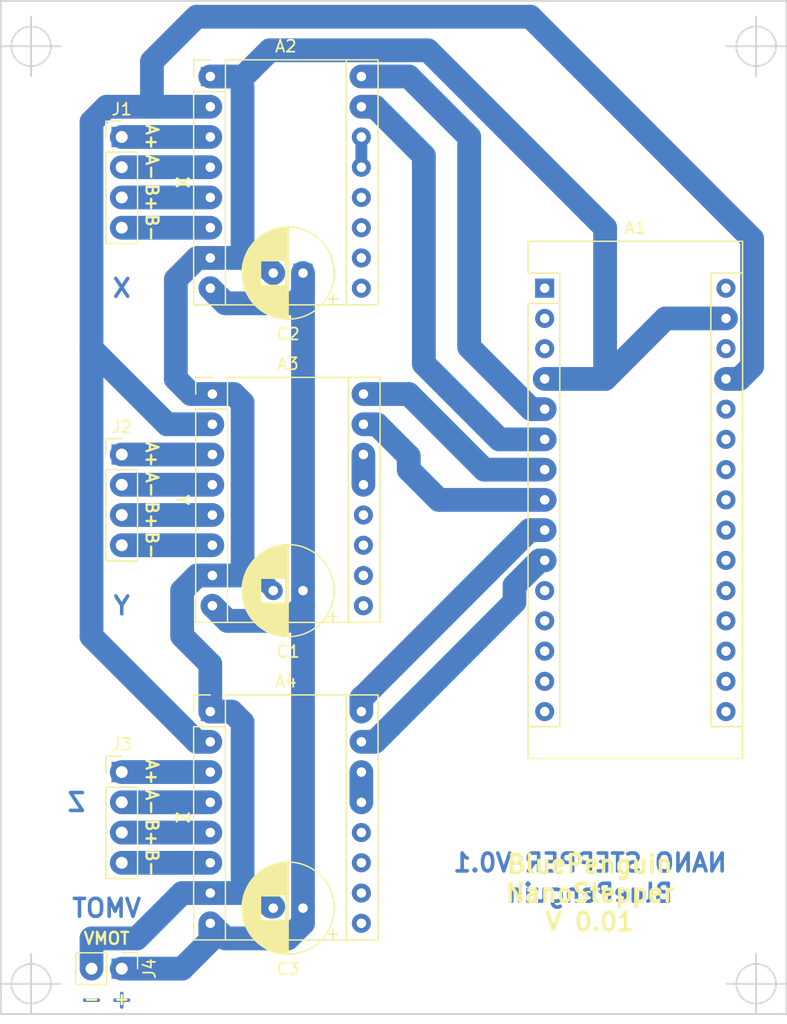
<source format=kicad_pcb>
(kicad_pcb (version 20171130) (host pcbnew 5.0.0-rc1-44a33f2~62~ubuntu17.10.1)

  (general
    (thickness 1.6)
    (drawings 37)
    (tracks 118)
    (zones 0)
    (modules 11)
    (nets 58)
  )

  (page A4)
  (layers
    (0 F.Cu signal)
    (31 B.Cu signal)
    (32 B.Adhes user)
    (33 F.Adhes user)
    (34 B.Paste user)
    (35 F.Paste user)
    (36 B.SilkS user)
    (37 F.SilkS user)
    (38 B.Mask user)
    (39 F.Mask user)
    (40 Dwgs.User user)
    (41 Cmts.User user)
    (42 Eco1.User user)
    (43 Eco2.User user)
    (44 Edge.Cuts user)
    (45 Margin user)
    (46 B.CrtYd user)
    (47 F.CrtYd user)
    (48 B.Fab user)
    (49 F.Fab user)
  )

  (setup
    (last_trace_width 1.5)
    (trace_clearance 0.2)
    (zone_clearance 0.508)
    (zone_45_only no)
    (trace_min 0.2)
    (segment_width 0.2)
    (edge_width 0.15)
    (via_size 1.5)
    (via_drill 0.8)
    (via_min_size 0.4)
    (via_min_drill 0.3)
    (uvia_size 0.3)
    (uvia_drill 0.1)
    (uvias_allowed no)
    (uvia_min_size 0.2)
    (uvia_min_drill 0.1)
    (pcb_text_width 0.2)
    (pcb_text_size 1 1)
    (mod_edge_width 0.15)
    (mod_text_size 1 1)
    (mod_text_width 0.15)
    (pad_size 1.524 1.524)
    (pad_drill 0.762)
    (pad_to_mask_clearance 0.2)
    (aux_axis_origin 0 0)
    (visible_elements FFFFFF7F)
    (pcbplotparams
      (layerselection 0x010a0_fffffffe)
      (usegerberextensions false)
      (usegerberattributes false)
      (usegerberadvancedattributes false)
      (creategerberjobfile false)
      (excludeedgelayer true)
      (linewidth 0.100000)
      (plotframeref false)
      (viasonmask false)
      (mode 1)
      (useauxorigin false)
      (hpglpennumber 1)
      (hpglpenspeed 20)
      (hpglpendiameter 15)
      (psnegative false)
      (psa4output false)
      (plotreference true)
      (plotvalue true)
      (plotinvisibletext false)
      (padsonsilk false)
      (subtractmaskfromsilk false)
      (outputformat 1)
      (mirror false)
      (drillshape 0)
      (scaleselection 1)
      (outputdirectory output/))
  )

  (net 0 "")
  (net 1 "Net-(A1-Pad29)")
  (net 2 "Net-(A2-Pad9)")
  (net 3 "Net-(A1-Pad27)")
  (net 4 "Net-(A2-Pad10)")
  (net 5 "Net-(A2-Pad3)")
  (net 6 "Net-(A2-Pad11)")
  (net 7 "Net-(A2-Pad4)")
  (net 8 "Net-(A2-Pad12)")
  (net 9 "Net-(A2-Pad5)")
  (net 10 "Net-(A2-Pad13)")
  (net 11 "Net-(A2-Pad6)")
  (net 12 "Net-(A1-Pad5)")
  (net 13 "Net-(A2-Pad8)")
  (net 14 "Net-(A1-Pad8)")
  (net 15 "Net-(A1-Pad9)")
  (net 16 "Net-(A1-Pad6)")
  (net 17 "Net-(A3-Pad13)")
  (net 18 "Net-(A3-Pad6)")
  (net 19 "Net-(A3-Pad5)")
  (net 20 "Net-(A3-Pad12)")
  (net 21 "Net-(A3-Pad4)")
  (net 22 "Net-(A3-Pad11)")
  (net 23 "Net-(A3-Pad3)")
  (net 24 "Net-(A3-Pad10)")
  (net 25 "Net-(A3-Pad9)")
  (net 26 "Net-(A4-Pad9)")
  (net 27 "Net-(A4-Pad10)")
  (net 28 "Net-(A4-Pad3)")
  (net 29 "Net-(A4-Pad11)")
  (net 30 "Net-(A4-Pad4)")
  (net 31 "Net-(A4-Pad12)")
  (net 32 "Net-(A4-Pad5)")
  (net 33 "Net-(A4-Pad13)")
  (net 34 "Net-(A4-Pad6)")
  (net 35 "Net-(A1-Pad7)")
  (net 36 "Net-(A1-Pad10)")
  (net 37 "Net-(A1-Pad1)")
  (net 38 "Net-(A1-Pad17)")
  (net 39 "Net-(A1-Pad2)")
  (net 40 "Net-(A1-Pad18)")
  (net 41 "Net-(A1-Pad3)")
  (net 42 "Net-(A1-Pad19)")
  (net 43 "Net-(A1-Pad20)")
  (net 44 "Net-(A1-Pad21)")
  (net 45 "Net-(A1-Pad22)")
  (net 46 "Net-(A1-Pad23)")
  (net 47 "Net-(A1-Pad24)")
  (net 48 "Net-(A1-Pad25)")
  (net 49 "Net-(A1-Pad26)")
  (net 50 "Net-(A1-Pad11)")
  (net 51 "Net-(A1-Pad12)")
  (net 52 "Net-(A1-Pad28)")
  (net 53 "Net-(A1-Pad13)")
  (net 54 "Net-(A1-Pad14)")
  (net 55 "Net-(A1-Pad30)")
  (net 56 "Net-(A1-Pad15)")
  (net 57 "Net-(A1-Pad16)")

  (net_class Default "This is the default net class."
    (clearance 0.2)
    (trace_width 1.5)
    (via_dia 1.5)
    (via_drill 0.8)
    (uvia_dia 0.3)
    (uvia_drill 0.1)
  )

  (net_class Stepper ""
    (clearance 0.2)
    (trace_width 2)
    (via_dia 1.5)
    (via_drill 0.8)
    (uvia_dia 0.3)
    (uvia_drill 0.1)
    (add_net "Net-(A1-Pad1)")
    (add_net "Net-(A1-Pad10)")
    (add_net "Net-(A1-Pad11)")
    (add_net "Net-(A1-Pad12)")
    (add_net "Net-(A1-Pad13)")
    (add_net "Net-(A1-Pad14)")
    (add_net "Net-(A1-Pad15)")
    (add_net "Net-(A1-Pad16)")
    (add_net "Net-(A1-Pad17)")
    (add_net "Net-(A1-Pad18)")
    (add_net "Net-(A1-Pad19)")
    (add_net "Net-(A1-Pad2)")
    (add_net "Net-(A1-Pad20)")
    (add_net "Net-(A1-Pad21)")
    (add_net "Net-(A1-Pad22)")
    (add_net "Net-(A1-Pad23)")
    (add_net "Net-(A1-Pad24)")
    (add_net "Net-(A1-Pad25)")
    (add_net "Net-(A1-Pad26)")
    (add_net "Net-(A1-Pad27)")
    (add_net "Net-(A1-Pad28)")
    (add_net "Net-(A1-Pad29)")
    (add_net "Net-(A1-Pad3)")
    (add_net "Net-(A1-Pad30)")
    (add_net "Net-(A1-Pad5)")
    (add_net "Net-(A1-Pad6)")
    (add_net "Net-(A1-Pad7)")
    (add_net "Net-(A1-Pad8)")
    (add_net "Net-(A1-Pad9)")
    (add_net "Net-(A2-Pad10)")
    (add_net "Net-(A2-Pad11)")
    (add_net "Net-(A2-Pad12)")
    (add_net "Net-(A2-Pad13)")
    (add_net "Net-(A2-Pad3)")
    (add_net "Net-(A2-Pad4)")
    (add_net "Net-(A2-Pad5)")
    (add_net "Net-(A2-Pad6)")
    (add_net "Net-(A2-Pad8)")
    (add_net "Net-(A2-Pad9)")
    (add_net "Net-(A3-Pad10)")
    (add_net "Net-(A3-Pad11)")
    (add_net "Net-(A3-Pad12)")
    (add_net "Net-(A3-Pad13)")
    (add_net "Net-(A3-Pad3)")
    (add_net "Net-(A3-Pad4)")
    (add_net "Net-(A3-Pad5)")
    (add_net "Net-(A3-Pad6)")
    (add_net "Net-(A3-Pad9)")
    (add_net "Net-(A4-Pad10)")
    (add_net "Net-(A4-Pad11)")
    (add_net "Net-(A4-Pad12)")
    (add_net "Net-(A4-Pad13)")
    (add_net "Net-(A4-Pad3)")
    (add_net "Net-(A4-Pad4)")
    (add_net "Net-(A4-Pad5)")
    (add_net "Net-(A4-Pad6)")
    (add_net "Net-(A4-Pad9)")
  )

  (module Capacitor_THT:CP_Radial_D7.5mm_P2.50mm (layer F.Cu) (tedit 5A533290) (tstamp 5ABC754B)
    (at 115.57 125.73 180)
    (descr "CP, Radial series, Radial, pin pitch=2.50mm, , diameter=7.5mm, Electrolytic Capacitor")
    (tags "CP Radial series Radial pin pitch 2.50mm  diameter 7.5mm Electrolytic Capacitor")
    (path /5AB0D9D4)
    (fp_text reference C3 (at 1.25 -5.12 180) (layer F.SilkS)
      (effects (font (size 1 1) (thickness 0.15)))
    )
    (fp_text value CP1 (at 1.25 5.12 180) (layer F.Fab)
      (effects (font (size 1 1) (thickness 0.15)))
    )
    (fp_circle (center 1.25 0) (end 5 0) (layer F.Fab) (width 0.1))
    (fp_circle (center 1.25 0) (end 5.12 0) (layer F.SilkS) (width 0.12))
    (fp_circle (center 1.25 0) (end 5.25 0) (layer F.CrtYd) (width 0.05))
    (fp_line (start -1.961233 -1.6375) (end -1.211233 -1.6375) (layer F.Fab) (width 0.1))
    (fp_line (start -1.586233 -2.0125) (end -1.586233 -1.2625) (layer F.Fab) (width 0.1))
    (fp_line (start 1.25 -3.83) (end 1.25 3.83) (layer F.SilkS) (width 0.12))
    (fp_line (start 1.29 -3.83) (end 1.29 3.83) (layer F.SilkS) (width 0.12))
    (fp_line (start 1.33 -3.83) (end 1.33 3.83) (layer F.SilkS) (width 0.12))
    (fp_line (start 1.37 -3.829) (end 1.37 3.829) (layer F.SilkS) (width 0.12))
    (fp_line (start 1.41 -3.827) (end 1.41 3.827) (layer F.SilkS) (width 0.12))
    (fp_line (start 1.45 -3.825) (end 1.45 3.825) (layer F.SilkS) (width 0.12))
    (fp_line (start 1.49 -3.823) (end 1.49 -1.04) (layer F.SilkS) (width 0.12))
    (fp_line (start 1.49 1.04) (end 1.49 3.823) (layer F.SilkS) (width 0.12))
    (fp_line (start 1.53 -3.82) (end 1.53 -1.04) (layer F.SilkS) (width 0.12))
    (fp_line (start 1.53 1.04) (end 1.53 3.82) (layer F.SilkS) (width 0.12))
    (fp_line (start 1.57 -3.817) (end 1.57 -1.04) (layer F.SilkS) (width 0.12))
    (fp_line (start 1.57 1.04) (end 1.57 3.817) (layer F.SilkS) (width 0.12))
    (fp_line (start 1.61 -3.814) (end 1.61 -1.04) (layer F.SilkS) (width 0.12))
    (fp_line (start 1.61 1.04) (end 1.61 3.814) (layer F.SilkS) (width 0.12))
    (fp_line (start 1.65 -3.81) (end 1.65 -1.04) (layer F.SilkS) (width 0.12))
    (fp_line (start 1.65 1.04) (end 1.65 3.81) (layer F.SilkS) (width 0.12))
    (fp_line (start 1.69 -3.805) (end 1.69 -1.04) (layer F.SilkS) (width 0.12))
    (fp_line (start 1.69 1.04) (end 1.69 3.805) (layer F.SilkS) (width 0.12))
    (fp_line (start 1.73 -3.801) (end 1.73 -1.04) (layer F.SilkS) (width 0.12))
    (fp_line (start 1.73 1.04) (end 1.73 3.801) (layer F.SilkS) (width 0.12))
    (fp_line (start 1.77 -3.795) (end 1.77 -1.04) (layer F.SilkS) (width 0.12))
    (fp_line (start 1.77 1.04) (end 1.77 3.795) (layer F.SilkS) (width 0.12))
    (fp_line (start 1.81 -3.79) (end 1.81 -1.04) (layer F.SilkS) (width 0.12))
    (fp_line (start 1.81 1.04) (end 1.81 3.79) (layer F.SilkS) (width 0.12))
    (fp_line (start 1.85 -3.784) (end 1.85 -1.04) (layer F.SilkS) (width 0.12))
    (fp_line (start 1.85 1.04) (end 1.85 3.784) (layer F.SilkS) (width 0.12))
    (fp_line (start 1.89 -3.777) (end 1.89 -1.04) (layer F.SilkS) (width 0.12))
    (fp_line (start 1.89 1.04) (end 1.89 3.777) (layer F.SilkS) (width 0.12))
    (fp_line (start 1.93 -3.77) (end 1.93 -1.04) (layer F.SilkS) (width 0.12))
    (fp_line (start 1.93 1.04) (end 1.93 3.77) (layer F.SilkS) (width 0.12))
    (fp_line (start 1.971 -3.763) (end 1.971 -1.04) (layer F.SilkS) (width 0.12))
    (fp_line (start 1.971 1.04) (end 1.971 3.763) (layer F.SilkS) (width 0.12))
    (fp_line (start 2.011 -3.755) (end 2.011 -1.04) (layer F.SilkS) (width 0.12))
    (fp_line (start 2.011 1.04) (end 2.011 3.755) (layer F.SilkS) (width 0.12))
    (fp_line (start 2.051 -3.747) (end 2.051 -1.04) (layer F.SilkS) (width 0.12))
    (fp_line (start 2.051 1.04) (end 2.051 3.747) (layer F.SilkS) (width 0.12))
    (fp_line (start 2.091 -3.738) (end 2.091 -1.04) (layer F.SilkS) (width 0.12))
    (fp_line (start 2.091 1.04) (end 2.091 3.738) (layer F.SilkS) (width 0.12))
    (fp_line (start 2.131 -3.729) (end 2.131 -1.04) (layer F.SilkS) (width 0.12))
    (fp_line (start 2.131 1.04) (end 2.131 3.729) (layer F.SilkS) (width 0.12))
    (fp_line (start 2.171 -3.72) (end 2.171 -1.04) (layer F.SilkS) (width 0.12))
    (fp_line (start 2.171 1.04) (end 2.171 3.72) (layer F.SilkS) (width 0.12))
    (fp_line (start 2.211 -3.71) (end 2.211 -1.04) (layer F.SilkS) (width 0.12))
    (fp_line (start 2.211 1.04) (end 2.211 3.71) (layer F.SilkS) (width 0.12))
    (fp_line (start 2.251 -3.699) (end 2.251 -1.04) (layer F.SilkS) (width 0.12))
    (fp_line (start 2.251 1.04) (end 2.251 3.699) (layer F.SilkS) (width 0.12))
    (fp_line (start 2.291 -3.688) (end 2.291 -1.04) (layer F.SilkS) (width 0.12))
    (fp_line (start 2.291 1.04) (end 2.291 3.688) (layer F.SilkS) (width 0.12))
    (fp_line (start 2.331 -3.677) (end 2.331 -1.04) (layer F.SilkS) (width 0.12))
    (fp_line (start 2.331 1.04) (end 2.331 3.677) (layer F.SilkS) (width 0.12))
    (fp_line (start 2.371 -3.665) (end 2.371 -1.04) (layer F.SilkS) (width 0.12))
    (fp_line (start 2.371 1.04) (end 2.371 3.665) (layer F.SilkS) (width 0.12))
    (fp_line (start 2.411 -3.653) (end 2.411 -1.04) (layer F.SilkS) (width 0.12))
    (fp_line (start 2.411 1.04) (end 2.411 3.653) (layer F.SilkS) (width 0.12))
    (fp_line (start 2.451 -3.64) (end 2.451 -1.04) (layer F.SilkS) (width 0.12))
    (fp_line (start 2.451 1.04) (end 2.451 3.64) (layer F.SilkS) (width 0.12))
    (fp_line (start 2.491 -3.626) (end 2.491 -1.04) (layer F.SilkS) (width 0.12))
    (fp_line (start 2.491 1.04) (end 2.491 3.626) (layer F.SilkS) (width 0.12))
    (fp_line (start 2.531 -3.613) (end 2.531 -1.04) (layer F.SilkS) (width 0.12))
    (fp_line (start 2.531 1.04) (end 2.531 3.613) (layer F.SilkS) (width 0.12))
    (fp_line (start 2.571 -3.598) (end 2.571 -1.04) (layer F.SilkS) (width 0.12))
    (fp_line (start 2.571 1.04) (end 2.571 3.598) (layer F.SilkS) (width 0.12))
    (fp_line (start 2.611 -3.584) (end 2.611 -1.04) (layer F.SilkS) (width 0.12))
    (fp_line (start 2.611 1.04) (end 2.611 3.584) (layer F.SilkS) (width 0.12))
    (fp_line (start 2.651 -3.568) (end 2.651 -1.04) (layer F.SilkS) (width 0.12))
    (fp_line (start 2.651 1.04) (end 2.651 3.568) (layer F.SilkS) (width 0.12))
    (fp_line (start 2.691 -3.553) (end 2.691 -1.04) (layer F.SilkS) (width 0.12))
    (fp_line (start 2.691 1.04) (end 2.691 3.553) (layer F.SilkS) (width 0.12))
    (fp_line (start 2.731 -3.536) (end 2.731 -1.04) (layer F.SilkS) (width 0.12))
    (fp_line (start 2.731 1.04) (end 2.731 3.536) (layer F.SilkS) (width 0.12))
    (fp_line (start 2.771 -3.52) (end 2.771 -1.04) (layer F.SilkS) (width 0.12))
    (fp_line (start 2.771 1.04) (end 2.771 3.52) (layer F.SilkS) (width 0.12))
    (fp_line (start 2.811 -3.502) (end 2.811 -1.04) (layer F.SilkS) (width 0.12))
    (fp_line (start 2.811 1.04) (end 2.811 3.502) (layer F.SilkS) (width 0.12))
    (fp_line (start 2.851 -3.484) (end 2.851 -1.04) (layer F.SilkS) (width 0.12))
    (fp_line (start 2.851 1.04) (end 2.851 3.484) (layer F.SilkS) (width 0.12))
    (fp_line (start 2.891 -3.466) (end 2.891 -1.04) (layer F.SilkS) (width 0.12))
    (fp_line (start 2.891 1.04) (end 2.891 3.466) (layer F.SilkS) (width 0.12))
    (fp_line (start 2.931 -3.447) (end 2.931 -1.04) (layer F.SilkS) (width 0.12))
    (fp_line (start 2.931 1.04) (end 2.931 3.447) (layer F.SilkS) (width 0.12))
    (fp_line (start 2.971 -3.427) (end 2.971 -1.04) (layer F.SilkS) (width 0.12))
    (fp_line (start 2.971 1.04) (end 2.971 3.427) (layer F.SilkS) (width 0.12))
    (fp_line (start 3.011 -3.407) (end 3.011 -1.04) (layer F.SilkS) (width 0.12))
    (fp_line (start 3.011 1.04) (end 3.011 3.407) (layer F.SilkS) (width 0.12))
    (fp_line (start 3.051 -3.386) (end 3.051 -1.04) (layer F.SilkS) (width 0.12))
    (fp_line (start 3.051 1.04) (end 3.051 3.386) (layer F.SilkS) (width 0.12))
    (fp_line (start 3.091 -3.365) (end 3.091 -1.04) (layer F.SilkS) (width 0.12))
    (fp_line (start 3.091 1.04) (end 3.091 3.365) (layer F.SilkS) (width 0.12))
    (fp_line (start 3.131 -3.343) (end 3.131 -1.04) (layer F.SilkS) (width 0.12))
    (fp_line (start 3.131 1.04) (end 3.131 3.343) (layer F.SilkS) (width 0.12))
    (fp_line (start 3.171 -3.321) (end 3.171 -1.04) (layer F.SilkS) (width 0.12))
    (fp_line (start 3.171 1.04) (end 3.171 3.321) (layer F.SilkS) (width 0.12))
    (fp_line (start 3.211 -3.297) (end 3.211 -1.04) (layer F.SilkS) (width 0.12))
    (fp_line (start 3.211 1.04) (end 3.211 3.297) (layer F.SilkS) (width 0.12))
    (fp_line (start 3.251 -3.274) (end 3.251 -1.04) (layer F.SilkS) (width 0.12))
    (fp_line (start 3.251 1.04) (end 3.251 3.274) (layer F.SilkS) (width 0.12))
    (fp_line (start 3.291 -3.249) (end 3.291 -1.04) (layer F.SilkS) (width 0.12))
    (fp_line (start 3.291 1.04) (end 3.291 3.249) (layer F.SilkS) (width 0.12))
    (fp_line (start 3.331 -3.224) (end 3.331 -1.04) (layer F.SilkS) (width 0.12))
    (fp_line (start 3.331 1.04) (end 3.331 3.224) (layer F.SilkS) (width 0.12))
    (fp_line (start 3.371 -3.198) (end 3.371 -1.04) (layer F.SilkS) (width 0.12))
    (fp_line (start 3.371 1.04) (end 3.371 3.198) (layer F.SilkS) (width 0.12))
    (fp_line (start 3.411 -3.172) (end 3.411 -1.04) (layer F.SilkS) (width 0.12))
    (fp_line (start 3.411 1.04) (end 3.411 3.172) (layer F.SilkS) (width 0.12))
    (fp_line (start 3.451 -3.144) (end 3.451 -1.04) (layer F.SilkS) (width 0.12))
    (fp_line (start 3.451 1.04) (end 3.451 3.144) (layer F.SilkS) (width 0.12))
    (fp_line (start 3.491 -3.116) (end 3.491 -1.04) (layer F.SilkS) (width 0.12))
    (fp_line (start 3.491 1.04) (end 3.491 3.116) (layer F.SilkS) (width 0.12))
    (fp_line (start 3.531 -3.088) (end 3.531 -1.04) (layer F.SilkS) (width 0.12))
    (fp_line (start 3.531 1.04) (end 3.531 3.088) (layer F.SilkS) (width 0.12))
    (fp_line (start 3.571 -3.058) (end 3.571 3.058) (layer F.SilkS) (width 0.12))
    (fp_line (start 3.611 -3.028) (end 3.611 3.028) (layer F.SilkS) (width 0.12))
    (fp_line (start 3.651 -2.996) (end 3.651 2.996) (layer F.SilkS) (width 0.12))
    (fp_line (start 3.691 -2.964) (end 3.691 2.964) (layer F.SilkS) (width 0.12))
    (fp_line (start 3.731 -2.931) (end 3.731 2.931) (layer F.SilkS) (width 0.12))
    (fp_line (start 3.771 -2.898) (end 3.771 2.898) (layer F.SilkS) (width 0.12))
    (fp_line (start 3.811 -2.863) (end 3.811 2.863) (layer F.SilkS) (width 0.12))
    (fp_line (start 3.851 -2.827) (end 3.851 2.827) (layer F.SilkS) (width 0.12))
    (fp_line (start 3.891 -2.79) (end 3.891 2.79) (layer F.SilkS) (width 0.12))
    (fp_line (start 3.931 -2.752) (end 3.931 2.752) (layer F.SilkS) (width 0.12))
    (fp_line (start 3.971 -2.713) (end 3.971 2.713) (layer F.SilkS) (width 0.12))
    (fp_line (start 4.011 -2.673) (end 4.011 2.673) (layer F.SilkS) (width 0.12))
    (fp_line (start 4.051 -2.632) (end 4.051 2.632) (layer F.SilkS) (width 0.12))
    (fp_line (start 4.091 -2.589) (end 4.091 2.589) (layer F.SilkS) (width 0.12))
    (fp_line (start 4.131 -2.546) (end 4.131 2.546) (layer F.SilkS) (width 0.12))
    (fp_line (start 4.171 -2.5) (end 4.171 2.5) (layer F.SilkS) (width 0.12))
    (fp_line (start 4.211 -2.454) (end 4.211 2.454) (layer F.SilkS) (width 0.12))
    (fp_line (start 4.251 -2.405) (end 4.251 2.405) (layer F.SilkS) (width 0.12))
    (fp_line (start 4.291 -2.355) (end 4.291 2.355) (layer F.SilkS) (width 0.12))
    (fp_line (start 4.331 -2.304) (end 4.331 2.304) (layer F.SilkS) (width 0.12))
    (fp_line (start 4.371 -2.25) (end 4.371 2.25) (layer F.SilkS) (width 0.12))
    (fp_line (start 4.411 -2.195) (end 4.411 2.195) (layer F.SilkS) (width 0.12))
    (fp_line (start 4.451 -2.137) (end 4.451 2.137) (layer F.SilkS) (width 0.12))
    (fp_line (start 4.491 -2.077) (end 4.491 2.077) (layer F.SilkS) (width 0.12))
    (fp_line (start 4.531 -2.014) (end 4.531 2.014) (layer F.SilkS) (width 0.12))
    (fp_line (start 4.571 -1.949) (end 4.571 1.949) (layer F.SilkS) (width 0.12))
    (fp_line (start 4.611 -1.881) (end 4.611 1.881) (layer F.SilkS) (width 0.12))
    (fp_line (start 4.651 -1.809) (end 4.651 1.809) (layer F.SilkS) (width 0.12))
    (fp_line (start 4.691 -1.733) (end 4.691 1.733) (layer F.SilkS) (width 0.12))
    (fp_line (start 4.731 -1.654) (end 4.731 1.654) (layer F.SilkS) (width 0.12))
    (fp_line (start 4.771 -1.569) (end 4.771 1.569) (layer F.SilkS) (width 0.12))
    (fp_line (start 4.811 -1.478) (end 4.811 1.478) (layer F.SilkS) (width 0.12))
    (fp_line (start 4.851 -1.381) (end 4.851 1.381) (layer F.SilkS) (width 0.12))
    (fp_line (start 4.891 -1.275) (end 4.891 1.275) (layer F.SilkS) (width 0.12))
    (fp_line (start 4.931 -1.158) (end 4.931 1.158) (layer F.SilkS) (width 0.12))
    (fp_line (start 4.971 -1.028) (end 4.971 1.028) (layer F.SilkS) (width 0.12))
    (fp_line (start 5.011 -0.877) (end 5.011 0.877) (layer F.SilkS) (width 0.12))
    (fp_line (start 5.051 -0.693) (end 5.051 0.693) (layer F.SilkS) (width 0.12))
    (fp_line (start 5.091 -0.441) (end 5.091 0.441) (layer F.SilkS) (width 0.12))
    (fp_line (start -2.892211 -2.175) (end -2.142211 -2.175) (layer F.SilkS) (width 0.12))
    (fp_line (start -2.517211 -2.55) (end -2.517211 -1.8) (layer F.SilkS) (width 0.12))
    (fp_text user %R (at 1.25 0 180) (layer F.Fab)
      (effects (font (size 1 1) (thickness 0.15)))
    )
    (pad 1 thru_hole rect (at 0 0 180) (size 1.6 1.6) (drill 0.8) (layers *.Cu *.Mask)
      (net 13 "Net-(A2-Pad8)"))
    (pad 2 thru_hole circle (at 2.5 0 180) (size 1.6 1.6) (drill 0.8) (layers *.Cu *.Mask)
      (net 1 "Net-(A1-Pad29)"))
    (model ${KISYS3DMOD}/Capacitor_THT.3dshapes/CP_Radial_D7.5mm_P2.50mm.wrl
      (at (xyz 0 0 0))
      (scale (xyz 1 1 1))
      (rotate (xyz 0 0 0))
    )
  )

  (module Capacitor_THT:CP_Radial_D7.5mm_P2.50mm (layer F.Cu) (tedit 5A533290) (tstamp 5ABC74A8)
    (at 115.57 72.39 180)
    (descr "CP, Radial series, Radial, pin pitch=2.50mm, , diameter=7.5mm, Electrolytic Capacitor")
    (tags "CP Radial series Radial pin pitch 2.50mm  diameter 7.5mm Electrolytic Capacitor")
    (path /5AB0D932)
    (fp_text reference C2 (at 1.25 -5.12 180) (layer F.SilkS)
      (effects (font (size 1 1) (thickness 0.15)))
    )
    (fp_text value CP1 (at 1.25 5.12 180) (layer F.Fab)
      (effects (font (size 1 1) (thickness 0.15)))
    )
    (fp_text user %R (at 1.25 0 180) (layer F.Fab)
      (effects (font (size 1 1) (thickness 0.15)))
    )
    (fp_line (start -2.517211 -2.55) (end -2.517211 -1.8) (layer F.SilkS) (width 0.12))
    (fp_line (start -2.892211 -2.175) (end -2.142211 -2.175) (layer F.SilkS) (width 0.12))
    (fp_line (start 5.091 -0.441) (end 5.091 0.441) (layer F.SilkS) (width 0.12))
    (fp_line (start 5.051 -0.693) (end 5.051 0.693) (layer F.SilkS) (width 0.12))
    (fp_line (start 5.011 -0.877) (end 5.011 0.877) (layer F.SilkS) (width 0.12))
    (fp_line (start 4.971 -1.028) (end 4.971 1.028) (layer F.SilkS) (width 0.12))
    (fp_line (start 4.931 -1.158) (end 4.931 1.158) (layer F.SilkS) (width 0.12))
    (fp_line (start 4.891 -1.275) (end 4.891 1.275) (layer F.SilkS) (width 0.12))
    (fp_line (start 4.851 -1.381) (end 4.851 1.381) (layer F.SilkS) (width 0.12))
    (fp_line (start 4.811 -1.478) (end 4.811 1.478) (layer F.SilkS) (width 0.12))
    (fp_line (start 4.771 -1.569) (end 4.771 1.569) (layer F.SilkS) (width 0.12))
    (fp_line (start 4.731 -1.654) (end 4.731 1.654) (layer F.SilkS) (width 0.12))
    (fp_line (start 4.691 -1.733) (end 4.691 1.733) (layer F.SilkS) (width 0.12))
    (fp_line (start 4.651 -1.809) (end 4.651 1.809) (layer F.SilkS) (width 0.12))
    (fp_line (start 4.611 -1.881) (end 4.611 1.881) (layer F.SilkS) (width 0.12))
    (fp_line (start 4.571 -1.949) (end 4.571 1.949) (layer F.SilkS) (width 0.12))
    (fp_line (start 4.531 -2.014) (end 4.531 2.014) (layer F.SilkS) (width 0.12))
    (fp_line (start 4.491 -2.077) (end 4.491 2.077) (layer F.SilkS) (width 0.12))
    (fp_line (start 4.451 -2.137) (end 4.451 2.137) (layer F.SilkS) (width 0.12))
    (fp_line (start 4.411 -2.195) (end 4.411 2.195) (layer F.SilkS) (width 0.12))
    (fp_line (start 4.371 -2.25) (end 4.371 2.25) (layer F.SilkS) (width 0.12))
    (fp_line (start 4.331 -2.304) (end 4.331 2.304) (layer F.SilkS) (width 0.12))
    (fp_line (start 4.291 -2.355) (end 4.291 2.355) (layer F.SilkS) (width 0.12))
    (fp_line (start 4.251 -2.405) (end 4.251 2.405) (layer F.SilkS) (width 0.12))
    (fp_line (start 4.211 -2.454) (end 4.211 2.454) (layer F.SilkS) (width 0.12))
    (fp_line (start 4.171 -2.5) (end 4.171 2.5) (layer F.SilkS) (width 0.12))
    (fp_line (start 4.131 -2.546) (end 4.131 2.546) (layer F.SilkS) (width 0.12))
    (fp_line (start 4.091 -2.589) (end 4.091 2.589) (layer F.SilkS) (width 0.12))
    (fp_line (start 4.051 -2.632) (end 4.051 2.632) (layer F.SilkS) (width 0.12))
    (fp_line (start 4.011 -2.673) (end 4.011 2.673) (layer F.SilkS) (width 0.12))
    (fp_line (start 3.971 -2.713) (end 3.971 2.713) (layer F.SilkS) (width 0.12))
    (fp_line (start 3.931 -2.752) (end 3.931 2.752) (layer F.SilkS) (width 0.12))
    (fp_line (start 3.891 -2.79) (end 3.891 2.79) (layer F.SilkS) (width 0.12))
    (fp_line (start 3.851 -2.827) (end 3.851 2.827) (layer F.SilkS) (width 0.12))
    (fp_line (start 3.811 -2.863) (end 3.811 2.863) (layer F.SilkS) (width 0.12))
    (fp_line (start 3.771 -2.898) (end 3.771 2.898) (layer F.SilkS) (width 0.12))
    (fp_line (start 3.731 -2.931) (end 3.731 2.931) (layer F.SilkS) (width 0.12))
    (fp_line (start 3.691 -2.964) (end 3.691 2.964) (layer F.SilkS) (width 0.12))
    (fp_line (start 3.651 -2.996) (end 3.651 2.996) (layer F.SilkS) (width 0.12))
    (fp_line (start 3.611 -3.028) (end 3.611 3.028) (layer F.SilkS) (width 0.12))
    (fp_line (start 3.571 -3.058) (end 3.571 3.058) (layer F.SilkS) (width 0.12))
    (fp_line (start 3.531 1.04) (end 3.531 3.088) (layer F.SilkS) (width 0.12))
    (fp_line (start 3.531 -3.088) (end 3.531 -1.04) (layer F.SilkS) (width 0.12))
    (fp_line (start 3.491 1.04) (end 3.491 3.116) (layer F.SilkS) (width 0.12))
    (fp_line (start 3.491 -3.116) (end 3.491 -1.04) (layer F.SilkS) (width 0.12))
    (fp_line (start 3.451 1.04) (end 3.451 3.144) (layer F.SilkS) (width 0.12))
    (fp_line (start 3.451 -3.144) (end 3.451 -1.04) (layer F.SilkS) (width 0.12))
    (fp_line (start 3.411 1.04) (end 3.411 3.172) (layer F.SilkS) (width 0.12))
    (fp_line (start 3.411 -3.172) (end 3.411 -1.04) (layer F.SilkS) (width 0.12))
    (fp_line (start 3.371 1.04) (end 3.371 3.198) (layer F.SilkS) (width 0.12))
    (fp_line (start 3.371 -3.198) (end 3.371 -1.04) (layer F.SilkS) (width 0.12))
    (fp_line (start 3.331 1.04) (end 3.331 3.224) (layer F.SilkS) (width 0.12))
    (fp_line (start 3.331 -3.224) (end 3.331 -1.04) (layer F.SilkS) (width 0.12))
    (fp_line (start 3.291 1.04) (end 3.291 3.249) (layer F.SilkS) (width 0.12))
    (fp_line (start 3.291 -3.249) (end 3.291 -1.04) (layer F.SilkS) (width 0.12))
    (fp_line (start 3.251 1.04) (end 3.251 3.274) (layer F.SilkS) (width 0.12))
    (fp_line (start 3.251 -3.274) (end 3.251 -1.04) (layer F.SilkS) (width 0.12))
    (fp_line (start 3.211 1.04) (end 3.211 3.297) (layer F.SilkS) (width 0.12))
    (fp_line (start 3.211 -3.297) (end 3.211 -1.04) (layer F.SilkS) (width 0.12))
    (fp_line (start 3.171 1.04) (end 3.171 3.321) (layer F.SilkS) (width 0.12))
    (fp_line (start 3.171 -3.321) (end 3.171 -1.04) (layer F.SilkS) (width 0.12))
    (fp_line (start 3.131 1.04) (end 3.131 3.343) (layer F.SilkS) (width 0.12))
    (fp_line (start 3.131 -3.343) (end 3.131 -1.04) (layer F.SilkS) (width 0.12))
    (fp_line (start 3.091 1.04) (end 3.091 3.365) (layer F.SilkS) (width 0.12))
    (fp_line (start 3.091 -3.365) (end 3.091 -1.04) (layer F.SilkS) (width 0.12))
    (fp_line (start 3.051 1.04) (end 3.051 3.386) (layer F.SilkS) (width 0.12))
    (fp_line (start 3.051 -3.386) (end 3.051 -1.04) (layer F.SilkS) (width 0.12))
    (fp_line (start 3.011 1.04) (end 3.011 3.407) (layer F.SilkS) (width 0.12))
    (fp_line (start 3.011 -3.407) (end 3.011 -1.04) (layer F.SilkS) (width 0.12))
    (fp_line (start 2.971 1.04) (end 2.971 3.427) (layer F.SilkS) (width 0.12))
    (fp_line (start 2.971 -3.427) (end 2.971 -1.04) (layer F.SilkS) (width 0.12))
    (fp_line (start 2.931 1.04) (end 2.931 3.447) (layer F.SilkS) (width 0.12))
    (fp_line (start 2.931 -3.447) (end 2.931 -1.04) (layer F.SilkS) (width 0.12))
    (fp_line (start 2.891 1.04) (end 2.891 3.466) (layer F.SilkS) (width 0.12))
    (fp_line (start 2.891 -3.466) (end 2.891 -1.04) (layer F.SilkS) (width 0.12))
    (fp_line (start 2.851 1.04) (end 2.851 3.484) (layer F.SilkS) (width 0.12))
    (fp_line (start 2.851 -3.484) (end 2.851 -1.04) (layer F.SilkS) (width 0.12))
    (fp_line (start 2.811 1.04) (end 2.811 3.502) (layer F.SilkS) (width 0.12))
    (fp_line (start 2.811 -3.502) (end 2.811 -1.04) (layer F.SilkS) (width 0.12))
    (fp_line (start 2.771 1.04) (end 2.771 3.52) (layer F.SilkS) (width 0.12))
    (fp_line (start 2.771 -3.52) (end 2.771 -1.04) (layer F.SilkS) (width 0.12))
    (fp_line (start 2.731 1.04) (end 2.731 3.536) (layer F.SilkS) (width 0.12))
    (fp_line (start 2.731 -3.536) (end 2.731 -1.04) (layer F.SilkS) (width 0.12))
    (fp_line (start 2.691 1.04) (end 2.691 3.553) (layer F.SilkS) (width 0.12))
    (fp_line (start 2.691 -3.553) (end 2.691 -1.04) (layer F.SilkS) (width 0.12))
    (fp_line (start 2.651 1.04) (end 2.651 3.568) (layer F.SilkS) (width 0.12))
    (fp_line (start 2.651 -3.568) (end 2.651 -1.04) (layer F.SilkS) (width 0.12))
    (fp_line (start 2.611 1.04) (end 2.611 3.584) (layer F.SilkS) (width 0.12))
    (fp_line (start 2.611 -3.584) (end 2.611 -1.04) (layer F.SilkS) (width 0.12))
    (fp_line (start 2.571 1.04) (end 2.571 3.598) (layer F.SilkS) (width 0.12))
    (fp_line (start 2.571 -3.598) (end 2.571 -1.04) (layer F.SilkS) (width 0.12))
    (fp_line (start 2.531 1.04) (end 2.531 3.613) (layer F.SilkS) (width 0.12))
    (fp_line (start 2.531 -3.613) (end 2.531 -1.04) (layer F.SilkS) (width 0.12))
    (fp_line (start 2.491 1.04) (end 2.491 3.626) (layer F.SilkS) (width 0.12))
    (fp_line (start 2.491 -3.626) (end 2.491 -1.04) (layer F.SilkS) (width 0.12))
    (fp_line (start 2.451 1.04) (end 2.451 3.64) (layer F.SilkS) (width 0.12))
    (fp_line (start 2.451 -3.64) (end 2.451 -1.04) (layer F.SilkS) (width 0.12))
    (fp_line (start 2.411 1.04) (end 2.411 3.653) (layer F.SilkS) (width 0.12))
    (fp_line (start 2.411 -3.653) (end 2.411 -1.04) (layer F.SilkS) (width 0.12))
    (fp_line (start 2.371 1.04) (end 2.371 3.665) (layer F.SilkS) (width 0.12))
    (fp_line (start 2.371 -3.665) (end 2.371 -1.04) (layer F.SilkS) (width 0.12))
    (fp_line (start 2.331 1.04) (end 2.331 3.677) (layer F.SilkS) (width 0.12))
    (fp_line (start 2.331 -3.677) (end 2.331 -1.04) (layer F.SilkS) (width 0.12))
    (fp_line (start 2.291 1.04) (end 2.291 3.688) (layer F.SilkS) (width 0.12))
    (fp_line (start 2.291 -3.688) (end 2.291 -1.04) (layer F.SilkS) (width 0.12))
    (fp_line (start 2.251 1.04) (end 2.251 3.699) (layer F.SilkS) (width 0.12))
    (fp_line (start 2.251 -3.699) (end 2.251 -1.04) (layer F.SilkS) (width 0.12))
    (fp_line (start 2.211 1.04) (end 2.211 3.71) (layer F.SilkS) (width 0.12))
    (fp_line (start 2.211 -3.71) (end 2.211 -1.04) (layer F.SilkS) (width 0.12))
    (fp_line (start 2.171 1.04) (end 2.171 3.72) (layer F.SilkS) (width 0.12))
    (fp_line (start 2.171 -3.72) (end 2.171 -1.04) (layer F.SilkS) (width 0.12))
    (fp_line (start 2.131 1.04) (end 2.131 3.729) (layer F.SilkS) (width 0.12))
    (fp_line (start 2.131 -3.729) (end 2.131 -1.04) (layer F.SilkS) (width 0.12))
    (fp_line (start 2.091 1.04) (end 2.091 3.738) (layer F.SilkS) (width 0.12))
    (fp_line (start 2.091 -3.738) (end 2.091 -1.04) (layer F.SilkS) (width 0.12))
    (fp_line (start 2.051 1.04) (end 2.051 3.747) (layer F.SilkS) (width 0.12))
    (fp_line (start 2.051 -3.747) (end 2.051 -1.04) (layer F.SilkS) (width 0.12))
    (fp_line (start 2.011 1.04) (end 2.011 3.755) (layer F.SilkS) (width 0.12))
    (fp_line (start 2.011 -3.755) (end 2.011 -1.04) (layer F.SilkS) (width 0.12))
    (fp_line (start 1.971 1.04) (end 1.971 3.763) (layer F.SilkS) (width 0.12))
    (fp_line (start 1.971 -3.763) (end 1.971 -1.04) (layer F.SilkS) (width 0.12))
    (fp_line (start 1.93 1.04) (end 1.93 3.77) (layer F.SilkS) (width 0.12))
    (fp_line (start 1.93 -3.77) (end 1.93 -1.04) (layer F.SilkS) (width 0.12))
    (fp_line (start 1.89 1.04) (end 1.89 3.777) (layer F.SilkS) (width 0.12))
    (fp_line (start 1.89 -3.777) (end 1.89 -1.04) (layer F.SilkS) (width 0.12))
    (fp_line (start 1.85 1.04) (end 1.85 3.784) (layer F.SilkS) (width 0.12))
    (fp_line (start 1.85 -3.784) (end 1.85 -1.04) (layer F.SilkS) (width 0.12))
    (fp_line (start 1.81 1.04) (end 1.81 3.79) (layer F.SilkS) (width 0.12))
    (fp_line (start 1.81 -3.79) (end 1.81 -1.04) (layer F.SilkS) (width 0.12))
    (fp_line (start 1.77 1.04) (end 1.77 3.795) (layer F.SilkS) (width 0.12))
    (fp_line (start 1.77 -3.795) (end 1.77 -1.04) (layer F.SilkS) (width 0.12))
    (fp_line (start 1.73 1.04) (end 1.73 3.801) (layer F.SilkS) (width 0.12))
    (fp_line (start 1.73 -3.801) (end 1.73 -1.04) (layer F.SilkS) (width 0.12))
    (fp_line (start 1.69 1.04) (end 1.69 3.805) (layer F.SilkS) (width 0.12))
    (fp_line (start 1.69 -3.805) (end 1.69 -1.04) (layer F.SilkS) (width 0.12))
    (fp_line (start 1.65 1.04) (end 1.65 3.81) (layer F.SilkS) (width 0.12))
    (fp_line (start 1.65 -3.81) (end 1.65 -1.04) (layer F.SilkS) (width 0.12))
    (fp_line (start 1.61 1.04) (end 1.61 3.814) (layer F.SilkS) (width 0.12))
    (fp_line (start 1.61 -3.814) (end 1.61 -1.04) (layer F.SilkS) (width 0.12))
    (fp_line (start 1.57 1.04) (end 1.57 3.817) (layer F.SilkS) (width 0.12))
    (fp_line (start 1.57 -3.817) (end 1.57 -1.04) (layer F.SilkS) (width 0.12))
    (fp_line (start 1.53 1.04) (end 1.53 3.82) (layer F.SilkS) (width 0.12))
    (fp_line (start 1.53 -3.82) (end 1.53 -1.04) (layer F.SilkS) (width 0.12))
    (fp_line (start 1.49 1.04) (end 1.49 3.823) (layer F.SilkS) (width 0.12))
    (fp_line (start 1.49 -3.823) (end 1.49 -1.04) (layer F.SilkS) (width 0.12))
    (fp_line (start 1.45 -3.825) (end 1.45 3.825) (layer F.SilkS) (width 0.12))
    (fp_line (start 1.41 -3.827) (end 1.41 3.827) (layer F.SilkS) (width 0.12))
    (fp_line (start 1.37 -3.829) (end 1.37 3.829) (layer F.SilkS) (width 0.12))
    (fp_line (start 1.33 -3.83) (end 1.33 3.83) (layer F.SilkS) (width 0.12))
    (fp_line (start 1.29 -3.83) (end 1.29 3.83) (layer F.SilkS) (width 0.12))
    (fp_line (start 1.25 -3.83) (end 1.25 3.83) (layer F.SilkS) (width 0.12))
    (fp_line (start -1.586233 -2.0125) (end -1.586233 -1.2625) (layer F.Fab) (width 0.1))
    (fp_line (start -1.961233 -1.6375) (end -1.211233 -1.6375) (layer F.Fab) (width 0.1))
    (fp_circle (center 1.25 0) (end 5.25 0) (layer F.CrtYd) (width 0.05))
    (fp_circle (center 1.25 0) (end 5.12 0) (layer F.SilkS) (width 0.12))
    (fp_circle (center 1.25 0) (end 5 0) (layer F.Fab) (width 0.1))
    (pad 2 thru_hole circle (at 2.5 0 180) (size 1.6 1.6) (drill 0.8) (layers *.Cu *.Mask)
      (net 1 "Net-(A1-Pad29)"))
    (pad 1 thru_hole rect (at 0 0 180) (size 1.6 1.6) (drill 0.8) (layers *.Cu *.Mask)
      (net 13 "Net-(A2-Pad8)"))
    (model ${KISYS3DMOD}/Capacitor_THT.3dshapes/CP_Radial_D7.5mm_P2.50mm.wrl
      (at (xyz 0 0 0))
      (scale (xyz 1 1 1))
      (rotate (xyz 0 0 0))
    )
  )

  (module Capacitor_THT:CP_Radial_D7.5mm_P2.50mm (layer F.Cu) (tedit 5A533290) (tstamp 5ABC7405)
    (at 115.57 99.06 180)
    (descr "CP, Radial series, Radial, pin pitch=2.50mm, , diameter=7.5mm, Electrolytic Capacitor")
    (tags "CP Radial series Radial pin pitch 2.50mm  diameter 7.5mm Electrolytic Capacitor")
    (path /5AB0D835)
    (fp_text reference C1 (at 1.25 -5.12 180) (layer F.SilkS)
      (effects (font (size 1 1) (thickness 0.15)))
    )
    (fp_text value CP1 (at 1.25 5.12 180) (layer F.Fab)
      (effects (font (size 1 1) (thickness 0.15)))
    )
    (fp_circle (center 1.25 0) (end 5 0) (layer F.Fab) (width 0.1))
    (fp_circle (center 1.25 0) (end 5.12 0) (layer F.SilkS) (width 0.12))
    (fp_circle (center 1.25 0) (end 5.25 0) (layer F.CrtYd) (width 0.05))
    (fp_line (start -1.961233 -1.6375) (end -1.211233 -1.6375) (layer F.Fab) (width 0.1))
    (fp_line (start -1.586233 -2.0125) (end -1.586233 -1.2625) (layer F.Fab) (width 0.1))
    (fp_line (start 1.25 -3.83) (end 1.25 3.83) (layer F.SilkS) (width 0.12))
    (fp_line (start 1.29 -3.83) (end 1.29 3.83) (layer F.SilkS) (width 0.12))
    (fp_line (start 1.33 -3.83) (end 1.33 3.83) (layer F.SilkS) (width 0.12))
    (fp_line (start 1.37 -3.829) (end 1.37 3.829) (layer F.SilkS) (width 0.12))
    (fp_line (start 1.41 -3.827) (end 1.41 3.827) (layer F.SilkS) (width 0.12))
    (fp_line (start 1.45 -3.825) (end 1.45 3.825) (layer F.SilkS) (width 0.12))
    (fp_line (start 1.49 -3.823) (end 1.49 -1.04) (layer F.SilkS) (width 0.12))
    (fp_line (start 1.49 1.04) (end 1.49 3.823) (layer F.SilkS) (width 0.12))
    (fp_line (start 1.53 -3.82) (end 1.53 -1.04) (layer F.SilkS) (width 0.12))
    (fp_line (start 1.53 1.04) (end 1.53 3.82) (layer F.SilkS) (width 0.12))
    (fp_line (start 1.57 -3.817) (end 1.57 -1.04) (layer F.SilkS) (width 0.12))
    (fp_line (start 1.57 1.04) (end 1.57 3.817) (layer F.SilkS) (width 0.12))
    (fp_line (start 1.61 -3.814) (end 1.61 -1.04) (layer F.SilkS) (width 0.12))
    (fp_line (start 1.61 1.04) (end 1.61 3.814) (layer F.SilkS) (width 0.12))
    (fp_line (start 1.65 -3.81) (end 1.65 -1.04) (layer F.SilkS) (width 0.12))
    (fp_line (start 1.65 1.04) (end 1.65 3.81) (layer F.SilkS) (width 0.12))
    (fp_line (start 1.69 -3.805) (end 1.69 -1.04) (layer F.SilkS) (width 0.12))
    (fp_line (start 1.69 1.04) (end 1.69 3.805) (layer F.SilkS) (width 0.12))
    (fp_line (start 1.73 -3.801) (end 1.73 -1.04) (layer F.SilkS) (width 0.12))
    (fp_line (start 1.73 1.04) (end 1.73 3.801) (layer F.SilkS) (width 0.12))
    (fp_line (start 1.77 -3.795) (end 1.77 -1.04) (layer F.SilkS) (width 0.12))
    (fp_line (start 1.77 1.04) (end 1.77 3.795) (layer F.SilkS) (width 0.12))
    (fp_line (start 1.81 -3.79) (end 1.81 -1.04) (layer F.SilkS) (width 0.12))
    (fp_line (start 1.81 1.04) (end 1.81 3.79) (layer F.SilkS) (width 0.12))
    (fp_line (start 1.85 -3.784) (end 1.85 -1.04) (layer F.SilkS) (width 0.12))
    (fp_line (start 1.85 1.04) (end 1.85 3.784) (layer F.SilkS) (width 0.12))
    (fp_line (start 1.89 -3.777) (end 1.89 -1.04) (layer F.SilkS) (width 0.12))
    (fp_line (start 1.89 1.04) (end 1.89 3.777) (layer F.SilkS) (width 0.12))
    (fp_line (start 1.93 -3.77) (end 1.93 -1.04) (layer F.SilkS) (width 0.12))
    (fp_line (start 1.93 1.04) (end 1.93 3.77) (layer F.SilkS) (width 0.12))
    (fp_line (start 1.971 -3.763) (end 1.971 -1.04) (layer F.SilkS) (width 0.12))
    (fp_line (start 1.971 1.04) (end 1.971 3.763) (layer F.SilkS) (width 0.12))
    (fp_line (start 2.011 -3.755) (end 2.011 -1.04) (layer F.SilkS) (width 0.12))
    (fp_line (start 2.011 1.04) (end 2.011 3.755) (layer F.SilkS) (width 0.12))
    (fp_line (start 2.051 -3.747) (end 2.051 -1.04) (layer F.SilkS) (width 0.12))
    (fp_line (start 2.051 1.04) (end 2.051 3.747) (layer F.SilkS) (width 0.12))
    (fp_line (start 2.091 -3.738) (end 2.091 -1.04) (layer F.SilkS) (width 0.12))
    (fp_line (start 2.091 1.04) (end 2.091 3.738) (layer F.SilkS) (width 0.12))
    (fp_line (start 2.131 -3.729) (end 2.131 -1.04) (layer F.SilkS) (width 0.12))
    (fp_line (start 2.131 1.04) (end 2.131 3.729) (layer F.SilkS) (width 0.12))
    (fp_line (start 2.171 -3.72) (end 2.171 -1.04) (layer F.SilkS) (width 0.12))
    (fp_line (start 2.171 1.04) (end 2.171 3.72) (layer F.SilkS) (width 0.12))
    (fp_line (start 2.211 -3.71) (end 2.211 -1.04) (layer F.SilkS) (width 0.12))
    (fp_line (start 2.211 1.04) (end 2.211 3.71) (layer F.SilkS) (width 0.12))
    (fp_line (start 2.251 -3.699) (end 2.251 -1.04) (layer F.SilkS) (width 0.12))
    (fp_line (start 2.251 1.04) (end 2.251 3.699) (layer F.SilkS) (width 0.12))
    (fp_line (start 2.291 -3.688) (end 2.291 -1.04) (layer F.SilkS) (width 0.12))
    (fp_line (start 2.291 1.04) (end 2.291 3.688) (layer F.SilkS) (width 0.12))
    (fp_line (start 2.331 -3.677) (end 2.331 -1.04) (layer F.SilkS) (width 0.12))
    (fp_line (start 2.331 1.04) (end 2.331 3.677) (layer F.SilkS) (width 0.12))
    (fp_line (start 2.371 -3.665) (end 2.371 -1.04) (layer F.SilkS) (width 0.12))
    (fp_line (start 2.371 1.04) (end 2.371 3.665) (layer F.SilkS) (width 0.12))
    (fp_line (start 2.411 -3.653) (end 2.411 -1.04) (layer F.SilkS) (width 0.12))
    (fp_line (start 2.411 1.04) (end 2.411 3.653) (layer F.SilkS) (width 0.12))
    (fp_line (start 2.451 -3.64) (end 2.451 -1.04) (layer F.SilkS) (width 0.12))
    (fp_line (start 2.451 1.04) (end 2.451 3.64) (layer F.SilkS) (width 0.12))
    (fp_line (start 2.491 -3.626) (end 2.491 -1.04) (layer F.SilkS) (width 0.12))
    (fp_line (start 2.491 1.04) (end 2.491 3.626) (layer F.SilkS) (width 0.12))
    (fp_line (start 2.531 -3.613) (end 2.531 -1.04) (layer F.SilkS) (width 0.12))
    (fp_line (start 2.531 1.04) (end 2.531 3.613) (layer F.SilkS) (width 0.12))
    (fp_line (start 2.571 -3.598) (end 2.571 -1.04) (layer F.SilkS) (width 0.12))
    (fp_line (start 2.571 1.04) (end 2.571 3.598) (layer F.SilkS) (width 0.12))
    (fp_line (start 2.611 -3.584) (end 2.611 -1.04) (layer F.SilkS) (width 0.12))
    (fp_line (start 2.611 1.04) (end 2.611 3.584) (layer F.SilkS) (width 0.12))
    (fp_line (start 2.651 -3.568) (end 2.651 -1.04) (layer F.SilkS) (width 0.12))
    (fp_line (start 2.651 1.04) (end 2.651 3.568) (layer F.SilkS) (width 0.12))
    (fp_line (start 2.691 -3.553) (end 2.691 -1.04) (layer F.SilkS) (width 0.12))
    (fp_line (start 2.691 1.04) (end 2.691 3.553) (layer F.SilkS) (width 0.12))
    (fp_line (start 2.731 -3.536) (end 2.731 -1.04) (layer F.SilkS) (width 0.12))
    (fp_line (start 2.731 1.04) (end 2.731 3.536) (layer F.SilkS) (width 0.12))
    (fp_line (start 2.771 -3.52) (end 2.771 -1.04) (layer F.SilkS) (width 0.12))
    (fp_line (start 2.771 1.04) (end 2.771 3.52) (layer F.SilkS) (width 0.12))
    (fp_line (start 2.811 -3.502) (end 2.811 -1.04) (layer F.SilkS) (width 0.12))
    (fp_line (start 2.811 1.04) (end 2.811 3.502) (layer F.SilkS) (width 0.12))
    (fp_line (start 2.851 -3.484) (end 2.851 -1.04) (layer F.SilkS) (width 0.12))
    (fp_line (start 2.851 1.04) (end 2.851 3.484) (layer F.SilkS) (width 0.12))
    (fp_line (start 2.891 -3.466) (end 2.891 -1.04) (layer F.SilkS) (width 0.12))
    (fp_line (start 2.891 1.04) (end 2.891 3.466) (layer F.SilkS) (width 0.12))
    (fp_line (start 2.931 -3.447) (end 2.931 -1.04) (layer F.SilkS) (width 0.12))
    (fp_line (start 2.931 1.04) (end 2.931 3.447) (layer F.SilkS) (width 0.12))
    (fp_line (start 2.971 -3.427) (end 2.971 -1.04) (layer F.SilkS) (width 0.12))
    (fp_line (start 2.971 1.04) (end 2.971 3.427) (layer F.SilkS) (width 0.12))
    (fp_line (start 3.011 -3.407) (end 3.011 -1.04) (layer F.SilkS) (width 0.12))
    (fp_line (start 3.011 1.04) (end 3.011 3.407) (layer F.SilkS) (width 0.12))
    (fp_line (start 3.051 -3.386) (end 3.051 -1.04) (layer F.SilkS) (width 0.12))
    (fp_line (start 3.051 1.04) (end 3.051 3.386) (layer F.SilkS) (width 0.12))
    (fp_line (start 3.091 -3.365) (end 3.091 -1.04) (layer F.SilkS) (width 0.12))
    (fp_line (start 3.091 1.04) (end 3.091 3.365) (layer F.SilkS) (width 0.12))
    (fp_line (start 3.131 -3.343) (end 3.131 -1.04) (layer F.SilkS) (width 0.12))
    (fp_line (start 3.131 1.04) (end 3.131 3.343) (layer F.SilkS) (width 0.12))
    (fp_line (start 3.171 -3.321) (end 3.171 -1.04) (layer F.SilkS) (width 0.12))
    (fp_line (start 3.171 1.04) (end 3.171 3.321) (layer F.SilkS) (width 0.12))
    (fp_line (start 3.211 -3.297) (end 3.211 -1.04) (layer F.SilkS) (width 0.12))
    (fp_line (start 3.211 1.04) (end 3.211 3.297) (layer F.SilkS) (width 0.12))
    (fp_line (start 3.251 -3.274) (end 3.251 -1.04) (layer F.SilkS) (width 0.12))
    (fp_line (start 3.251 1.04) (end 3.251 3.274) (layer F.SilkS) (width 0.12))
    (fp_line (start 3.291 -3.249) (end 3.291 -1.04) (layer F.SilkS) (width 0.12))
    (fp_line (start 3.291 1.04) (end 3.291 3.249) (layer F.SilkS) (width 0.12))
    (fp_line (start 3.331 -3.224) (end 3.331 -1.04) (layer F.SilkS) (width 0.12))
    (fp_line (start 3.331 1.04) (end 3.331 3.224) (layer F.SilkS) (width 0.12))
    (fp_line (start 3.371 -3.198) (end 3.371 -1.04) (layer F.SilkS) (width 0.12))
    (fp_line (start 3.371 1.04) (end 3.371 3.198) (layer F.SilkS) (width 0.12))
    (fp_line (start 3.411 -3.172) (end 3.411 -1.04) (layer F.SilkS) (width 0.12))
    (fp_line (start 3.411 1.04) (end 3.411 3.172) (layer F.SilkS) (width 0.12))
    (fp_line (start 3.451 -3.144) (end 3.451 -1.04) (layer F.SilkS) (width 0.12))
    (fp_line (start 3.451 1.04) (end 3.451 3.144) (layer F.SilkS) (width 0.12))
    (fp_line (start 3.491 -3.116) (end 3.491 -1.04) (layer F.SilkS) (width 0.12))
    (fp_line (start 3.491 1.04) (end 3.491 3.116) (layer F.SilkS) (width 0.12))
    (fp_line (start 3.531 -3.088) (end 3.531 -1.04) (layer F.SilkS) (width 0.12))
    (fp_line (start 3.531 1.04) (end 3.531 3.088) (layer F.SilkS) (width 0.12))
    (fp_line (start 3.571 -3.058) (end 3.571 3.058) (layer F.SilkS) (width 0.12))
    (fp_line (start 3.611 -3.028) (end 3.611 3.028) (layer F.SilkS) (width 0.12))
    (fp_line (start 3.651 -2.996) (end 3.651 2.996) (layer F.SilkS) (width 0.12))
    (fp_line (start 3.691 -2.964) (end 3.691 2.964) (layer F.SilkS) (width 0.12))
    (fp_line (start 3.731 -2.931) (end 3.731 2.931) (layer F.SilkS) (width 0.12))
    (fp_line (start 3.771 -2.898) (end 3.771 2.898) (layer F.SilkS) (width 0.12))
    (fp_line (start 3.811 -2.863) (end 3.811 2.863) (layer F.SilkS) (width 0.12))
    (fp_line (start 3.851 -2.827) (end 3.851 2.827) (layer F.SilkS) (width 0.12))
    (fp_line (start 3.891 -2.79) (end 3.891 2.79) (layer F.SilkS) (width 0.12))
    (fp_line (start 3.931 -2.752) (end 3.931 2.752) (layer F.SilkS) (width 0.12))
    (fp_line (start 3.971 -2.713) (end 3.971 2.713) (layer F.SilkS) (width 0.12))
    (fp_line (start 4.011 -2.673) (end 4.011 2.673) (layer F.SilkS) (width 0.12))
    (fp_line (start 4.051 -2.632) (end 4.051 2.632) (layer F.SilkS) (width 0.12))
    (fp_line (start 4.091 -2.589) (end 4.091 2.589) (layer F.SilkS) (width 0.12))
    (fp_line (start 4.131 -2.546) (end 4.131 2.546) (layer F.SilkS) (width 0.12))
    (fp_line (start 4.171 -2.5) (end 4.171 2.5) (layer F.SilkS) (width 0.12))
    (fp_line (start 4.211 -2.454) (end 4.211 2.454) (layer F.SilkS) (width 0.12))
    (fp_line (start 4.251 -2.405) (end 4.251 2.405) (layer F.SilkS) (width 0.12))
    (fp_line (start 4.291 -2.355) (end 4.291 2.355) (layer F.SilkS) (width 0.12))
    (fp_line (start 4.331 -2.304) (end 4.331 2.304) (layer F.SilkS) (width 0.12))
    (fp_line (start 4.371 -2.25) (end 4.371 2.25) (layer F.SilkS) (width 0.12))
    (fp_line (start 4.411 -2.195) (end 4.411 2.195) (layer F.SilkS) (width 0.12))
    (fp_line (start 4.451 -2.137) (end 4.451 2.137) (layer F.SilkS) (width 0.12))
    (fp_line (start 4.491 -2.077) (end 4.491 2.077) (layer F.SilkS) (width 0.12))
    (fp_line (start 4.531 -2.014) (end 4.531 2.014) (layer F.SilkS) (width 0.12))
    (fp_line (start 4.571 -1.949) (end 4.571 1.949) (layer F.SilkS) (width 0.12))
    (fp_line (start 4.611 -1.881) (end 4.611 1.881) (layer F.SilkS) (width 0.12))
    (fp_line (start 4.651 -1.809) (end 4.651 1.809) (layer F.SilkS) (width 0.12))
    (fp_line (start 4.691 -1.733) (end 4.691 1.733) (layer F.SilkS) (width 0.12))
    (fp_line (start 4.731 -1.654) (end 4.731 1.654) (layer F.SilkS) (width 0.12))
    (fp_line (start 4.771 -1.569) (end 4.771 1.569) (layer F.SilkS) (width 0.12))
    (fp_line (start 4.811 -1.478) (end 4.811 1.478) (layer F.SilkS) (width 0.12))
    (fp_line (start 4.851 -1.381) (end 4.851 1.381) (layer F.SilkS) (width 0.12))
    (fp_line (start 4.891 -1.275) (end 4.891 1.275) (layer F.SilkS) (width 0.12))
    (fp_line (start 4.931 -1.158) (end 4.931 1.158) (layer F.SilkS) (width 0.12))
    (fp_line (start 4.971 -1.028) (end 4.971 1.028) (layer F.SilkS) (width 0.12))
    (fp_line (start 5.011 -0.877) (end 5.011 0.877) (layer F.SilkS) (width 0.12))
    (fp_line (start 5.051 -0.693) (end 5.051 0.693) (layer F.SilkS) (width 0.12))
    (fp_line (start 5.091 -0.441) (end 5.091 0.441) (layer F.SilkS) (width 0.12))
    (fp_line (start -2.892211 -2.175) (end -2.142211 -2.175) (layer F.SilkS) (width 0.12))
    (fp_line (start -2.517211 -2.55) (end -2.517211 -1.8) (layer F.SilkS) (width 0.12))
    (fp_text user %R (at 1.25 0 180) (layer F.Fab)
      (effects (font (size 1 1) (thickness 0.15)))
    )
    (pad 1 thru_hole rect (at 0 0 180) (size 1.6 1.6) (drill 0.8) (layers *.Cu *.Mask)
      (net 13 "Net-(A2-Pad8)"))
    (pad 2 thru_hole circle (at 2.5 0 180) (size 1.6 1.6) (drill 0.8) (layers *.Cu *.Mask)
      (net 1 "Net-(A1-Pad29)"))
    (model ${KISYS3DMOD}/Capacitor_THT.3dshapes/CP_Radial_D7.5mm_P2.50mm.wrl
      (at (xyz 0 0 0))
      (scale (xyz 1 1 1))
      (rotate (xyz 0 0 0))
    )
  )

  (module Connector_PinHeader_2.54mm:PinHeader_1x02_P2.54mm_Vertical (layer F.Cu) (tedit 59FED5CC) (tstamp 5ABC7A0E)
    (at 100.33 130.81 270)
    (descr "Through hole straight pin header, 1x02, 2.54mm pitch, single row")
    (tags "Through hole pin header THT 1x02 2.54mm single row")
    (path /5AB0DE10)
    (fp_text reference J4 (at 0 -2.33 270) (layer F.SilkS)
      (effects (font (size 1 1) (thickness 0.15)))
    )
    (fp_text value Conn_01x02 (at 0 4.87 270) (layer F.Fab)
      (effects (font (size 1 1) (thickness 0.15)))
    )
    (fp_line (start -0.635 -1.27) (end 1.27 -1.27) (layer F.Fab) (width 0.1))
    (fp_line (start 1.27 -1.27) (end 1.27 3.81) (layer F.Fab) (width 0.1))
    (fp_line (start 1.27 3.81) (end -1.27 3.81) (layer F.Fab) (width 0.1))
    (fp_line (start -1.27 3.81) (end -1.27 -0.635) (layer F.Fab) (width 0.1))
    (fp_line (start -1.27 -0.635) (end -0.635 -1.27) (layer F.Fab) (width 0.1))
    (fp_line (start -1.33 3.87) (end 1.33 3.87) (layer F.SilkS) (width 0.12))
    (fp_line (start -1.33 1.27) (end -1.33 3.87) (layer F.SilkS) (width 0.12))
    (fp_line (start 1.33 1.27) (end 1.33 3.87) (layer F.SilkS) (width 0.12))
    (fp_line (start -1.33 1.27) (end 1.33 1.27) (layer F.SilkS) (width 0.12))
    (fp_line (start -1.33 0) (end -1.33 -1.33) (layer F.SilkS) (width 0.12))
    (fp_line (start -1.33 -1.33) (end 0 -1.33) (layer F.SilkS) (width 0.12))
    (fp_line (start -1.8 -1.8) (end -1.8 4.35) (layer F.CrtYd) (width 0.05))
    (fp_line (start -1.8 4.35) (end 1.8 4.35) (layer F.CrtYd) (width 0.05))
    (fp_line (start 1.8 4.35) (end 1.8 -1.8) (layer F.CrtYd) (width 0.05))
    (fp_line (start 1.8 -1.8) (end -1.8 -1.8) (layer F.CrtYd) (width 0.05))
    (fp_text user %R (at 0 1.27) (layer F.Fab)
      (effects (font (size 1 1) (thickness 0.15)))
    )
    (pad 1 thru_hole rect (at 0 0 270) (size 1.7 1.7) (drill 1) (layers *.Cu *.Mask)
      (net 13 "Net-(A2-Pad8)"))
    (pad 2 thru_hole oval (at 0 2.54 270) (size 1.7 1.7) (drill 1) (layers *.Cu *.Mask)
      (net 1 "Net-(A1-Pad29)"))
    (model ${KISYS3DMOD}/Connector_PinHeader_2.54mm.3dshapes/PinHeader_1x02_P2.54mm_Vertical.wrl
      (at (xyz 0 0 0))
      (scale (xyz 1 1 1))
      (rotate (xyz 0 0 0))
    )
  )

  (module Connector_PinHeader_2.54mm:PinHeader_1x04_P2.54mm_Vertical (layer F.Cu) (tedit 59FED5CC) (tstamp 5ABC734C)
    (at 100.33 114.3)
    (descr "Through hole straight pin header, 1x04, 2.54mm pitch, single row")
    (tags "Through hole pin header THT 1x04 2.54mm single row")
    (path /5AB0DC9B)
    (fp_text reference J3 (at 0 -2.33) (layer F.SilkS)
      (effects (font (size 1 1) (thickness 0.15)))
    )
    (fp_text value Conn_01x04 (at 0 9.95) (layer F.Fab)
      (effects (font (size 1 1) (thickness 0.15)))
    )
    (fp_line (start -0.635 -1.27) (end 1.27 -1.27) (layer F.Fab) (width 0.1))
    (fp_line (start 1.27 -1.27) (end 1.27 8.89) (layer F.Fab) (width 0.1))
    (fp_line (start 1.27 8.89) (end -1.27 8.89) (layer F.Fab) (width 0.1))
    (fp_line (start -1.27 8.89) (end -1.27 -0.635) (layer F.Fab) (width 0.1))
    (fp_line (start -1.27 -0.635) (end -0.635 -1.27) (layer F.Fab) (width 0.1))
    (fp_line (start -1.33 8.95) (end 1.33 8.95) (layer F.SilkS) (width 0.12))
    (fp_line (start -1.33 1.27) (end -1.33 8.95) (layer F.SilkS) (width 0.12))
    (fp_line (start 1.33 1.27) (end 1.33 8.95) (layer F.SilkS) (width 0.12))
    (fp_line (start -1.33 1.27) (end 1.33 1.27) (layer F.SilkS) (width 0.12))
    (fp_line (start -1.33 0) (end -1.33 -1.33) (layer F.SilkS) (width 0.12))
    (fp_line (start -1.33 -1.33) (end 0 -1.33) (layer F.SilkS) (width 0.12))
    (fp_line (start -1.8 -1.8) (end -1.8 9.4) (layer F.CrtYd) (width 0.05))
    (fp_line (start -1.8 9.4) (end 1.8 9.4) (layer F.CrtYd) (width 0.05))
    (fp_line (start 1.8 9.4) (end 1.8 -1.8) (layer F.CrtYd) (width 0.05))
    (fp_line (start 1.8 -1.8) (end -1.8 -1.8) (layer F.CrtYd) (width 0.05))
    (fp_text user %R (at 0 3.81 90) (layer F.Fab)
      (effects (font (size 1 1) (thickness 0.15)))
    )
    (pad 1 thru_hole rect (at 0 0) (size 1.7 1.7) (drill 1) (layers *.Cu *.Mask)
      (net 28 "Net-(A4-Pad3)"))
    (pad 2 thru_hole oval (at 0 2.54) (size 1.7 1.7) (drill 1) (layers *.Cu *.Mask)
      (net 30 "Net-(A4-Pad4)"))
    (pad 3 thru_hole oval (at 0 5.08) (size 1.7 1.7) (drill 1) (layers *.Cu *.Mask)
      (net 32 "Net-(A4-Pad5)"))
    (pad 4 thru_hole oval (at 0 7.62) (size 1.7 1.7) (drill 1) (layers *.Cu *.Mask)
      (net 34 "Net-(A4-Pad6)"))
    (model ${KISYS3DMOD}/Connector_PinHeader_2.54mm.3dshapes/PinHeader_1x04_P2.54mm_Vertical.wrl
      (at (xyz 0 0 0))
      (scale (xyz 1 1 1))
      (rotate (xyz 0 0 0))
    )
  )

  (module Connector_PinHeader_2.54mm:PinHeader_1x04_P2.54mm_Vertical (layer F.Cu) (tedit 59FED5CC) (tstamp 5ABC7334)
    (at 100.33 87.63)
    (descr "Through hole straight pin header, 1x04, 2.54mm pitch, single row")
    (tags "Through hole pin header THT 1x04 2.54mm single row")
    (path /5AB0DC34)
    (fp_text reference J2 (at 0 -2.33) (layer F.SilkS)
      (effects (font (size 1 1) (thickness 0.15)))
    )
    (fp_text value Conn_01x04 (at 0 9.95) (layer F.Fab)
      (effects (font (size 1 1) (thickness 0.15)))
    )
    (fp_text user %R (at 0 3.81 90) (layer F.Fab)
      (effects (font (size 1 1) (thickness 0.15)))
    )
    (fp_line (start 1.8 -1.8) (end -1.8 -1.8) (layer F.CrtYd) (width 0.05))
    (fp_line (start 1.8 9.4) (end 1.8 -1.8) (layer F.CrtYd) (width 0.05))
    (fp_line (start -1.8 9.4) (end 1.8 9.4) (layer F.CrtYd) (width 0.05))
    (fp_line (start -1.8 -1.8) (end -1.8 9.4) (layer F.CrtYd) (width 0.05))
    (fp_line (start -1.33 -1.33) (end 0 -1.33) (layer F.SilkS) (width 0.12))
    (fp_line (start -1.33 0) (end -1.33 -1.33) (layer F.SilkS) (width 0.12))
    (fp_line (start -1.33 1.27) (end 1.33 1.27) (layer F.SilkS) (width 0.12))
    (fp_line (start 1.33 1.27) (end 1.33 8.95) (layer F.SilkS) (width 0.12))
    (fp_line (start -1.33 1.27) (end -1.33 8.95) (layer F.SilkS) (width 0.12))
    (fp_line (start -1.33 8.95) (end 1.33 8.95) (layer F.SilkS) (width 0.12))
    (fp_line (start -1.27 -0.635) (end -0.635 -1.27) (layer F.Fab) (width 0.1))
    (fp_line (start -1.27 8.89) (end -1.27 -0.635) (layer F.Fab) (width 0.1))
    (fp_line (start 1.27 8.89) (end -1.27 8.89) (layer F.Fab) (width 0.1))
    (fp_line (start 1.27 -1.27) (end 1.27 8.89) (layer F.Fab) (width 0.1))
    (fp_line (start -0.635 -1.27) (end 1.27 -1.27) (layer F.Fab) (width 0.1))
    (pad 4 thru_hole oval (at 0 7.62) (size 1.7 1.7) (drill 1) (layers *.Cu *.Mask)
      (net 18 "Net-(A3-Pad6)"))
    (pad 3 thru_hole oval (at 0 5.08) (size 1.7 1.7) (drill 1) (layers *.Cu *.Mask)
      (net 19 "Net-(A3-Pad5)"))
    (pad 2 thru_hole oval (at 0 2.54) (size 1.7 1.7) (drill 1) (layers *.Cu *.Mask)
      (net 21 "Net-(A3-Pad4)"))
    (pad 1 thru_hole rect (at 0 0) (size 1.7 1.7) (drill 1) (layers *.Cu *.Mask)
      (net 23 "Net-(A3-Pad3)"))
    (model ${KISYS3DMOD}/Connector_PinHeader_2.54mm.3dshapes/PinHeader_1x04_P2.54mm_Vertical.wrl
      (at (xyz 0 0 0))
      (scale (xyz 1 1 1))
      (rotate (xyz 0 0 0))
    )
  )

  (module Connector_PinHeader_2.54mm:PinHeader_1x04_P2.54mm_Vertical (layer F.Cu) (tedit 59FED5CC) (tstamp 5ABC731C)
    (at 100.33 60.96)
    (descr "Through hole straight pin header, 1x04, 2.54mm pitch, single row")
    (tags "Through hole pin header THT 1x04 2.54mm single row")
    (path /5AB0DB82)
    (fp_text reference J1 (at 0 -2.33) (layer F.SilkS)
      (effects (font (size 1 1) (thickness 0.15)))
    )
    (fp_text value Conn_01x04 (at 0 9.95) (layer F.Fab)
      (effects (font (size 1 1) (thickness 0.15)))
    )
    (fp_line (start -0.635 -1.27) (end 1.27 -1.27) (layer F.Fab) (width 0.1))
    (fp_line (start 1.27 -1.27) (end 1.27 8.89) (layer F.Fab) (width 0.1))
    (fp_line (start 1.27 8.89) (end -1.27 8.89) (layer F.Fab) (width 0.1))
    (fp_line (start -1.27 8.89) (end -1.27 -0.635) (layer F.Fab) (width 0.1))
    (fp_line (start -1.27 -0.635) (end -0.635 -1.27) (layer F.Fab) (width 0.1))
    (fp_line (start -1.33 8.95) (end 1.33 8.95) (layer F.SilkS) (width 0.12))
    (fp_line (start -1.33 1.27) (end -1.33 8.95) (layer F.SilkS) (width 0.12))
    (fp_line (start 1.33 1.27) (end 1.33 8.95) (layer F.SilkS) (width 0.12))
    (fp_line (start -1.33 1.27) (end 1.33 1.27) (layer F.SilkS) (width 0.12))
    (fp_line (start -1.33 0) (end -1.33 -1.33) (layer F.SilkS) (width 0.12))
    (fp_line (start -1.33 -1.33) (end 0 -1.33) (layer F.SilkS) (width 0.12))
    (fp_line (start -1.8 -1.8) (end -1.8 9.4) (layer F.CrtYd) (width 0.05))
    (fp_line (start -1.8 9.4) (end 1.8 9.4) (layer F.CrtYd) (width 0.05))
    (fp_line (start 1.8 9.4) (end 1.8 -1.8) (layer F.CrtYd) (width 0.05))
    (fp_line (start 1.8 -1.8) (end -1.8 -1.8) (layer F.CrtYd) (width 0.05))
    (fp_text user %R (at 0 3.81 90) (layer F.Fab)
      (effects (font (size 1 1) (thickness 0.15)))
    )
    (pad 1 thru_hole rect (at 0 0) (size 1.7 1.7) (drill 1) (layers *.Cu *.Mask)
      (net 5 "Net-(A2-Pad3)"))
    (pad 2 thru_hole oval (at 0 2.54) (size 1.7 1.7) (drill 1) (layers *.Cu *.Mask)
      (net 7 "Net-(A2-Pad4)"))
    (pad 3 thru_hole oval (at 0 5.08) (size 1.7 1.7) (drill 1) (layers *.Cu *.Mask)
      (net 9 "Net-(A2-Pad5)"))
    (pad 4 thru_hole oval (at 0 7.62) (size 1.7 1.7) (drill 1) (layers *.Cu *.Mask)
      (net 11 "Net-(A2-Pad6)"))
    (model ${KISYS3DMOD}/Connector_PinHeader_2.54mm.3dshapes/PinHeader_1x04_P2.54mm_Vertical.wrl
      (at (xyz 0 0 0))
      (scale (xyz 1 1 1))
      (rotate (xyz 0 0 0))
    )
  )

  (module Module:Arduino_Nano (layer F.Cu) (tedit 58ACAF70) (tstamp 5ABC875E)
    (at 135.89 73.66)
    (descr "Arduino Nano, http://www.mouser.com/pdfdocs/Gravitech_Arduino_Nano3_0.pdf")
    (tags "Arduino Nano")
    (path /5AB0D5C3)
    (fp_text reference A1 (at 7.62 -5.08) (layer F.SilkS)
      (effects (font (size 1 1) (thickness 0.15)))
    )
    (fp_text value Arduino_Nano_v3.x (at 8.89 19.05 90) (layer F.Fab)
      (effects (font (size 1 1) (thickness 0.15)))
    )
    (fp_text user %R (at 6.35 19.05 90) (layer F.Fab)
      (effects (font (size 1 1) (thickness 0.15)))
    )
    (fp_line (start 1.27 1.27) (end 1.27 -1.27) (layer F.SilkS) (width 0.12))
    (fp_line (start 1.27 -1.27) (end -1.4 -1.27) (layer F.SilkS) (width 0.12))
    (fp_line (start -1.4 1.27) (end -1.4 39.5) (layer F.SilkS) (width 0.12))
    (fp_line (start -1.4 -3.94) (end -1.4 -1.27) (layer F.SilkS) (width 0.12))
    (fp_line (start 13.97 -1.27) (end 16.64 -1.27) (layer F.SilkS) (width 0.12))
    (fp_line (start 13.97 -1.27) (end 13.97 36.83) (layer F.SilkS) (width 0.12))
    (fp_line (start 13.97 36.83) (end 16.64 36.83) (layer F.SilkS) (width 0.12))
    (fp_line (start 1.27 1.27) (end -1.4 1.27) (layer F.SilkS) (width 0.12))
    (fp_line (start 1.27 1.27) (end 1.27 36.83) (layer F.SilkS) (width 0.12))
    (fp_line (start 1.27 36.83) (end -1.4 36.83) (layer F.SilkS) (width 0.12))
    (fp_line (start 3.81 31.75) (end 11.43 31.75) (layer F.Fab) (width 0.1))
    (fp_line (start 11.43 31.75) (end 11.43 41.91) (layer F.Fab) (width 0.1))
    (fp_line (start 11.43 41.91) (end 3.81 41.91) (layer F.Fab) (width 0.1))
    (fp_line (start 3.81 41.91) (end 3.81 31.75) (layer F.Fab) (width 0.1))
    (fp_line (start -1.4 39.5) (end 16.64 39.5) (layer F.SilkS) (width 0.12))
    (fp_line (start 16.64 39.5) (end 16.64 -3.94) (layer F.SilkS) (width 0.12))
    (fp_line (start 16.64 -3.94) (end -1.4 -3.94) (layer F.SilkS) (width 0.12))
    (fp_line (start 16.51 39.37) (end -1.27 39.37) (layer F.Fab) (width 0.1))
    (fp_line (start -1.27 39.37) (end -1.27 -2.54) (layer F.Fab) (width 0.1))
    (fp_line (start -1.27 -2.54) (end 0 -3.81) (layer F.Fab) (width 0.1))
    (fp_line (start 0 -3.81) (end 16.51 -3.81) (layer F.Fab) (width 0.1))
    (fp_line (start 16.51 -3.81) (end 16.51 39.37) (layer F.Fab) (width 0.1))
    (fp_line (start -1.53 -4.06) (end 16.75 -4.06) (layer F.CrtYd) (width 0.05))
    (fp_line (start -1.53 -4.06) (end -1.53 42.16) (layer F.CrtYd) (width 0.05))
    (fp_line (start 16.75 42.16) (end 16.75 -4.06) (layer F.CrtYd) (width 0.05))
    (fp_line (start 16.75 42.16) (end -1.53 42.16) (layer F.CrtYd) (width 0.05))
    (pad 1 thru_hole rect (at 0 0) (size 1.6 1.6) (drill 0.8) (layers *.Cu *.Mask)
      (net 37 "Net-(A1-Pad1)"))
    (pad 17 thru_hole oval (at 15.24 33.02) (size 1.6 1.6) (drill 0.8) (layers *.Cu *.Mask)
      (net 38 "Net-(A1-Pad17)"))
    (pad 2 thru_hole oval (at 0 2.54) (size 1.6 1.6) (drill 0.8) (layers *.Cu *.Mask)
      (net 39 "Net-(A1-Pad2)"))
    (pad 18 thru_hole oval (at 15.24 30.48) (size 1.6 1.6) (drill 0.8) (layers *.Cu *.Mask)
      (net 40 "Net-(A1-Pad18)"))
    (pad 3 thru_hole oval (at 0 5.08) (size 1.6 1.6) (drill 0.8) (layers *.Cu *.Mask)
      (net 41 "Net-(A1-Pad3)"))
    (pad 19 thru_hole oval (at 15.24 27.94) (size 1.6 1.6) (drill 0.8) (layers *.Cu *.Mask)
      (net 42 "Net-(A1-Pad19)"))
    (pad 4 thru_hole oval (at 0 7.62) (size 1.6 1.6) (drill 0.8) (layers *.Cu *.Mask)
      (net 1 "Net-(A1-Pad29)"))
    (pad 20 thru_hole oval (at 15.24 25.4) (size 1.6 1.6) (drill 0.8) (layers *.Cu *.Mask)
      (net 43 "Net-(A1-Pad20)"))
    (pad 5 thru_hole oval (at 0 10.16) (size 1.6 1.6) (drill 0.8) (layers *.Cu *.Mask)
      (net 12 "Net-(A1-Pad5)"))
    (pad 21 thru_hole oval (at 15.24 22.86) (size 1.6 1.6) (drill 0.8) (layers *.Cu *.Mask)
      (net 44 "Net-(A1-Pad21)"))
    (pad 6 thru_hole oval (at 0 12.7) (size 1.6 1.6) (drill 0.8) (layers *.Cu *.Mask)
      (net 16 "Net-(A1-Pad6)"))
    (pad 22 thru_hole oval (at 15.24 20.32) (size 1.6 1.6) (drill 0.8) (layers *.Cu *.Mask)
      (net 45 "Net-(A1-Pad22)"))
    (pad 7 thru_hole oval (at 0 15.24) (size 1.6 1.6) (drill 0.8) (layers *.Cu *.Mask)
      (net 35 "Net-(A1-Pad7)"))
    (pad 23 thru_hole oval (at 15.24 17.78) (size 1.6 1.6) (drill 0.8) (layers *.Cu *.Mask)
      (net 46 "Net-(A1-Pad23)"))
    (pad 8 thru_hole oval (at 0 17.78) (size 1.6 1.6) (drill 0.8) (layers *.Cu *.Mask)
      (net 14 "Net-(A1-Pad8)"))
    (pad 24 thru_hole oval (at 15.24 15.24) (size 1.6 1.6) (drill 0.8) (layers *.Cu *.Mask)
      (net 47 "Net-(A1-Pad24)"))
    (pad 9 thru_hole oval (at 0 20.32) (size 1.6 1.6) (drill 0.8) (layers *.Cu *.Mask)
      (net 15 "Net-(A1-Pad9)"))
    (pad 25 thru_hole oval (at 15.24 12.7) (size 1.6 1.6) (drill 0.8) (layers *.Cu *.Mask)
      (net 48 "Net-(A1-Pad25)"))
    (pad 10 thru_hole oval (at 0 22.86) (size 1.6 1.6) (drill 0.8) (layers *.Cu *.Mask)
      (net 36 "Net-(A1-Pad10)"))
    (pad 26 thru_hole oval (at 15.24 10.16) (size 1.6 1.6) (drill 0.8) (layers *.Cu *.Mask)
      (net 49 "Net-(A1-Pad26)"))
    (pad 11 thru_hole oval (at 0 25.4) (size 1.6 1.6) (drill 0.8) (layers *.Cu *.Mask)
      (net 50 "Net-(A1-Pad11)"))
    (pad 27 thru_hole oval (at 15.24 7.62) (size 1.6 1.6) (drill 0.8) (layers *.Cu *.Mask)
      (net 3 "Net-(A1-Pad27)"))
    (pad 12 thru_hole oval (at 0 27.94) (size 1.6 1.6) (drill 0.8) (layers *.Cu *.Mask)
      (net 51 "Net-(A1-Pad12)"))
    (pad 28 thru_hole oval (at 15.24 5.08) (size 1.6 1.6) (drill 0.8) (layers *.Cu *.Mask)
      (net 52 "Net-(A1-Pad28)"))
    (pad 13 thru_hole oval (at 0 30.48) (size 1.6 1.6) (drill 0.8) (layers *.Cu *.Mask)
      (net 53 "Net-(A1-Pad13)"))
    (pad 29 thru_hole oval (at 15.24 2.54) (size 1.6 1.6) (drill 0.8) (layers *.Cu *.Mask)
      (net 1 "Net-(A1-Pad29)"))
    (pad 14 thru_hole oval (at 0 33.02) (size 1.6 1.6) (drill 0.8) (layers *.Cu *.Mask)
      (net 54 "Net-(A1-Pad14)"))
    (pad 30 thru_hole oval (at 15.24 0) (size 1.6 1.6) (drill 0.8) (layers *.Cu *.Mask)
      (net 55 "Net-(A1-Pad30)"))
    (pad 15 thru_hole oval (at 0 35.56) (size 1.6 1.6) (drill 0.8) (layers *.Cu *.Mask)
      (net 56 "Net-(A1-Pad15)"))
    (pad 16 thru_hole oval (at 15.24 35.56) (size 1.6 1.6) (drill 0.8) (layers *.Cu *.Mask)
      (net 57 "Net-(A1-Pad16)"))
    (model ${KISYS3DMOD}/Module.3dshapes/Arduino_Nano_WithMountingHoles.wrl
      (at (xyz 0 0 0))
      (scale (xyz 1 1 1))
      (rotate (xyz 0 0 0))
    )
  )

  (module Module:Pololu_Breakout-16_15.2x20.3mm (layer F.Cu) (tedit 58AB602C) (tstamp 5ABC72C7)
    (at 107.776905 109.22)
    (descr "Pololu Breakout 16-pin 15.2x20.3mm 0.6x0.8\\")
    (tags "Pololu Breakout")
    (path /5AB0D791)
    (fp_text reference A4 (at 6.35 -2.54) (layer F.SilkS)
      (effects (font (size 1 1) (thickness 0.15)))
    )
    (fp_text value Pololu_Breakout_A4988 (at 6.35 20.17) (layer F.Fab)
      (effects (font (size 1 1) (thickness 0.15)))
    )
    (fp_text user %R (at 6.35 0) (layer F.Fab)
      (effects (font (size 1 1) (thickness 0.15)))
    )
    (fp_line (start 11.43 -1.4) (end 11.43 19.18) (layer F.SilkS) (width 0.12))
    (fp_line (start 1.27 1.27) (end 1.27 19.18) (layer F.SilkS) (width 0.12))
    (fp_line (start 0 -1.4) (end -1.4 -1.4) (layer F.SilkS) (width 0.12))
    (fp_line (start -1.4 -1.4) (end -1.4 0) (layer F.SilkS) (width 0.12))
    (fp_line (start 1.27 -1.4) (end 1.27 1.27) (layer F.SilkS) (width 0.12))
    (fp_line (start 1.27 1.27) (end -1.4 1.27) (layer F.SilkS) (width 0.12))
    (fp_line (start -1.4 1.27) (end -1.4 19.18) (layer F.SilkS) (width 0.12))
    (fp_line (start -1.4 19.18) (end 14.1 19.18) (layer F.SilkS) (width 0.12))
    (fp_line (start 14.1 19.18) (end 14.1 -1.4) (layer F.SilkS) (width 0.12))
    (fp_line (start 14.1 -1.4) (end 1.27 -1.4) (layer F.SilkS) (width 0.12))
    (fp_line (start -1.27 0) (end 0 -1.27) (layer F.Fab) (width 0.1))
    (fp_line (start 0 -1.27) (end 13.97 -1.27) (layer F.Fab) (width 0.1))
    (fp_line (start 13.97 -1.27) (end 13.97 19.05) (layer F.Fab) (width 0.1))
    (fp_line (start 13.97 19.05) (end -1.27 19.05) (layer F.Fab) (width 0.1))
    (fp_line (start -1.27 19.05) (end -1.27 0) (layer F.Fab) (width 0.1))
    (fp_line (start -1.53 -1.52) (end 14.21 -1.52) (layer F.CrtYd) (width 0.05))
    (fp_line (start -1.53 -1.52) (end -1.53 19.3) (layer F.CrtYd) (width 0.05))
    (fp_line (start 14.21 19.3) (end 14.21 -1.52) (layer F.CrtYd) (width 0.05))
    (fp_line (start 14.21 19.3) (end -1.53 19.3) (layer F.CrtYd) (width 0.05))
    (pad 1 thru_hole rect (at 0 0) (size 1.6 1.6) (drill 0.8) (layers *.Cu *.Mask)
      (net 1 "Net-(A1-Pad29)"))
    (pad 9 thru_hole oval (at 12.7 17.78) (size 1.6 1.6) (drill 0.8) (layers *.Cu *.Mask)
      (net 26 "Net-(A4-Pad9)"))
    (pad 2 thru_hole oval (at 0 2.54) (size 1.6 1.6) (drill 0.8) (layers *.Cu *.Mask)
      (net 3 "Net-(A1-Pad27)"))
    (pad 10 thru_hole oval (at 12.7 15.24) (size 1.6 1.6) (drill 0.8) (layers *.Cu *.Mask)
      (net 27 "Net-(A4-Pad10)"))
    (pad 3 thru_hole oval (at 0 5.08) (size 1.6 1.6) (drill 0.8) (layers *.Cu *.Mask)
      (net 28 "Net-(A4-Pad3)"))
    (pad 11 thru_hole oval (at 12.7 12.7) (size 1.6 1.6) (drill 0.8) (layers *.Cu *.Mask)
      (net 29 "Net-(A4-Pad11)"))
    (pad 4 thru_hole oval (at 0 7.62) (size 1.6 1.6) (drill 0.8) (layers *.Cu *.Mask)
      (net 30 "Net-(A4-Pad4)"))
    (pad 12 thru_hole oval (at 12.7 10.16) (size 1.6 1.6) (drill 0.8) (layers *.Cu *.Mask)
      (net 31 "Net-(A4-Pad12)"))
    (pad 5 thru_hole oval (at 0 10.16) (size 1.6 1.6) (drill 0.8) (layers *.Cu *.Mask)
      (net 32 "Net-(A4-Pad5)"))
    (pad 13 thru_hole oval (at 12.7 7.62) (size 1.6 1.6) (drill 0.8) (layers *.Cu *.Mask)
      (net 33 "Net-(A4-Pad13)"))
    (pad 6 thru_hole oval (at 0 12.7) (size 1.6 1.6) (drill 0.8) (layers *.Cu *.Mask)
      (net 34 "Net-(A4-Pad6)"))
    (pad 14 thru_hole oval (at 12.7 5.08) (size 1.6 1.6) (drill 0.8) (layers *.Cu *.Mask)
      (net 33 "Net-(A4-Pad13)"))
    (pad 7 thru_hole oval (at 0 15.24) (size 1.6 1.6) (drill 0.8) (layers *.Cu *.Mask)
      (net 1 "Net-(A1-Pad29)"))
    (pad 15 thru_hole oval (at 12.7 2.54) (size 1.6 1.6) (drill 0.8) (layers *.Cu *.Mask)
      (net 36 "Net-(A1-Pad10)"))
    (pad 8 thru_hole oval (at 0 17.78) (size 1.6 1.6) (drill 0.8) (layers *.Cu *.Mask)
      (net 13 "Net-(A2-Pad8)"))
    (pad 16 thru_hole oval (at 12.7 0) (size 1.6 1.6) (drill 0.8) (layers *.Cu *.Mask)
      (net 15 "Net-(A1-Pad9)"))
    (model ${KISYS3DMOD}/Module.3dshapes/Pololu_Breakout-16_15.2x20.3mm.wrl
      (at (xyz 0 0 0))
      (scale (xyz 1 1 1))
      (rotate (xyz 0 0 0))
    )
  )

  (module Module:Pololu_Breakout-16_15.2x20.3mm (layer F.Cu) (tedit 58AB602C) (tstamp 5ABC729F)
    (at 107.95 82.55)
    (descr "Pololu Breakout 16-pin 15.2x20.3mm 0.6x0.8\\")
    (tags "Pololu Breakout")
    (path /5AB0D71C)
    (fp_text reference A3 (at 6.35 -2.54) (layer F.SilkS)
      (effects (font (size 1 1) (thickness 0.15)))
    )
    (fp_text value Pololu_Breakout_A4988 (at 6.35 20.17) (layer F.Fab)
      (effects (font (size 1 1) (thickness 0.15)))
    )
    (fp_line (start 14.21 19.3) (end -1.53 19.3) (layer F.CrtYd) (width 0.05))
    (fp_line (start 14.21 19.3) (end 14.21 -1.52) (layer F.CrtYd) (width 0.05))
    (fp_line (start -1.53 -1.52) (end -1.53 19.3) (layer F.CrtYd) (width 0.05))
    (fp_line (start -1.53 -1.52) (end 14.21 -1.52) (layer F.CrtYd) (width 0.05))
    (fp_line (start -1.27 19.05) (end -1.27 0) (layer F.Fab) (width 0.1))
    (fp_line (start 13.97 19.05) (end -1.27 19.05) (layer F.Fab) (width 0.1))
    (fp_line (start 13.97 -1.27) (end 13.97 19.05) (layer F.Fab) (width 0.1))
    (fp_line (start 0 -1.27) (end 13.97 -1.27) (layer F.Fab) (width 0.1))
    (fp_line (start -1.27 0) (end 0 -1.27) (layer F.Fab) (width 0.1))
    (fp_line (start 14.1 -1.4) (end 1.27 -1.4) (layer F.SilkS) (width 0.12))
    (fp_line (start 14.1 19.18) (end 14.1 -1.4) (layer F.SilkS) (width 0.12))
    (fp_line (start -1.4 19.18) (end 14.1 19.18) (layer F.SilkS) (width 0.12))
    (fp_line (start -1.4 1.27) (end -1.4 19.18) (layer F.SilkS) (width 0.12))
    (fp_line (start 1.27 1.27) (end -1.4 1.27) (layer F.SilkS) (width 0.12))
    (fp_line (start 1.27 -1.4) (end 1.27 1.27) (layer F.SilkS) (width 0.12))
    (fp_line (start -1.4 -1.4) (end -1.4 0) (layer F.SilkS) (width 0.12))
    (fp_line (start 0 -1.4) (end -1.4 -1.4) (layer F.SilkS) (width 0.12))
    (fp_line (start 1.27 1.27) (end 1.27 19.18) (layer F.SilkS) (width 0.12))
    (fp_line (start 11.43 -1.4) (end 11.43 19.18) (layer F.SilkS) (width 0.12))
    (fp_text user %R (at 6.35 0) (layer F.Fab)
      (effects (font (size 1 1) (thickness 0.15)))
    )
    (pad 16 thru_hole oval (at 12.7 0) (size 1.6 1.6) (drill 0.8) (layers *.Cu *.Mask)
      (net 35 "Net-(A1-Pad7)"))
    (pad 8 thru_hole oval (at 0 17.78) (size 1.6 1.6) (drill 0.8) (layers *.Cu *.Mask)
      (net 13 "Net-(A2-Pad8)"))
    (pad 15 thru_hole oval (at 12.7 2.54) (size 1.6 1.6) (drill 0.8) (layers *.Cu *.Mask)
      (net 14 "Net-(A1-Pad8)"))
    (pad 7 thru_hole oval (at 0 15.24) (size 1.6 1.6) (drill 0.8) (layers *.Cu *.Mask)
      (net 1 "Net-(A1-Pad29)"))
    (pad 14 thru_hole oval (at 12.7 5.08) (size 1.6 1.6) (drill 0.8) (layers *.Cu *.Mask)
      (net 17 "Net-(A3-Pad13)"))
    (pad 6 thru_hole oval (at 0 12.7) (size 1.6 1.6) (drill 0.8) (layers *.Cu *.Mask)
      (net 18 "Net-(A3-Pad6)"))
    (pad 13 thru_hole oval (at 12.7 7.62) (size 1.6 1.6) (drill 0.8) (layers *.Cu *.Mask)
      (net 17 "Net-(A3-Pad13)"))
    (pad 5 thru_hole oval (at 0 10.16) (size 1.6 1.6) (drill 0.8) (layers *.Cu *.Mask)
      (net 19 "Net-(A3-Pad5)"))
    (pad 12 thru_hole oval (at 12.7 10.16) (size 1.6 1.6) (drill 0.8) (layers *.Cu *.Mask)
      (net 20 "Net-(A3-Pad12)"))
    (pad 4 thru_hole oval (at 0 7.62) (size 1.6 1.6) (drill 0.8) (layers *.Cu *.Mask)
      (net 21 "Net-(A3-Pad4)"))
    (pad 11 thru_hole oval (at 12.7 12.7) (size 1.6 1.6) (drill 0.8) (layers *.Cu *.Mask)
      (net 22 "Net-(A3-Pad11)"))
    (pad 3 thru_hole oval (at 0 5.08) (size 1.6 1.6) (drill 0.8) (layers *.Cu *.Mask)
      (net 23 "Net-(A3-Pad3)"))
    (pad 10 thru_hole oval (at 12.7 15.24) (size 1.6 1.6) (drill 0.8) (layers *.Cu *.Mask)
      (net 24 "Net-(A3-Pad10)"))
    (pad 2 thru_hole oval (at 0 2.54) (size 1.6 1.6) (drill 0.8) (layers *.Cu *.Mask)
      (net 3 "Net-(A1-Pad27)"))
    (pad 9 thru_hole oval (at 12.7 17.78) (size 1.6 1.6) (drill 0.8) (layers *.Cu *.Mask)
      (net 25 "Net-(A3-Pad9)"))
    (pad 1 thru_hole rect (at 0 0) (size 1.6 1.6) (drill 0.8) (layers *.Cu *.Mask)
      (net 1 "Net-(A1-Pad29)"))
    (model ${KISYS3DMOD}/Module.3dshapes/Pololu_Breakout-16_15.2x20.3mm.wrl
      (at (xyz 0 0 0))
      (scale (xyz 1 1 1))
      (rotate (xyz 0 0 0))
    )
  )

  (module Module:Pololu_Breakout-16_15.2x20.3mm (layer F.Cu) (tedit 58AB602C) (tstamp 5ABC7277)
    (at 107.776905 55.88)
    (descr "Pololu Breakout 16-pin 15.2x20.3mm 0.6x0.8\\")
    (tags "Pololu Breakout")
    (path /5AB0D6AA)
    (fp_text reference A2 (at 6.35 -2.54) (layer F.SilkS)
      (effects (font (size 1 1) (thickness 0.15)))
    )
    (fp_text value Pololu_Breakout_A4988 (at 6.35 20.17) (layer F.Fab)
      (effects (font (size 1 1) (thickness 0.15)))
    )
    (fp_text user %R (at 6.35 0) (layer F.Fab)
      (effects (font (size 1 1) (thickness 0.15)))
    )
    (fp_line (start 11.43 -1.4) (end 11.43 19.18) (layer F.SilkS) (width 0.12))
    (fp_line (start 1.27 1.27) (end 1.27 19.18) (layer F.SilkS) (width 0.12))
    (fp_line (start 0 -1.4) (end -1.4 -1.4) (layer F.SilkS) (width 0.12))
    (fp_line (start -1.4 -1.4) (end -1.4 0) (layer F.SilkS) (width 0.12))
    (fp_line (start 1.27 -1.4) (end 1.27 1.27) (layer F.SilkS) (width 0.12))
    (fp_line (start 1.27 1.27) (end -1.4 1.27) (layer F.SilkS) (width 0.12))
    (fp_line (start -1.4 1.27) (end -1.4 19.18) (layer F.SilkS) (width 0.12))
    (fp_line (start -1.4 19.18) (end 14.1 19.18) (layer F.SilkS) (width 0.12))
    (fp_line (start 14.1 19.18) (end 14.1 -1.4) (layer F.SilkS) (width 0.12))
    (fp_line (start 14.1 -1.4) (end 1.27 -1.4) (layer F.SilkS) (width 0.12))
    (fp_line (start -1.27 0) (end 0 -1.27) (layer F.Fab) (width 0.1))
    (fp_line (start 0 -1.27) (end 13.97 -1.27) (layer F.Fab) (width 0.1))
    (fp_line (start 13.97 -1.27) (end 13.97 19.05) (layer F.Fab) (width 0.1))
    (fp_line (start 13.97 19.05) (end -1.27 19.05) (layer F.Fab) (width 0.1))
    (fp_line (start -1.27 19.05) (end -1.27 0) (layer F.Fab) (width 0.1))
    (fp_line (start -1.53 -1.52) (end 14.21 -1.52) (layer F.CrtYd) (width 0.05))
    (fp_line (start -1.53 -1.52) (end -1.53 19.3) (layer F.CrtYd) (width 0.05))
    (fp_line (start 14.21 19.3) (end 14.21 -1.52) (layer F.CrtYd) (width 0.05))
    (fp_line (start 14.21 19.3) (end -1.53 19.3) (layer F.CrtYd) (width 0.05))
    (pad 1 thru_hole rect (at 0 0) (size 1.6 1.6) (drill 0.8) (layers *.Cu *.Mask)
      (net 1 "Net-(A1-Pad29)"))
    (pad 9 thru_hole oval (at 12.7 17.78) (size 1.6 1.6) (drill 0.8) (layers *.Cu *.Mask)
      (net 2 "Net-(A2-Pad9)"))
    (pad 2 thru_hole oval (at 0 2.54) (size 1.6 1.6) (drill 0.8) (layers *.Cu *.Mask)
      (net 3 "Net-(A1-Pad27)"))
    (pad 10 thru_hole oval (at 12.7 15.24) (size 1.6 1.6) (drill 0.8) (layers *.Cu *.Mask)
      (net 4 "Net-(A2-Pad10)"))
    (pad 3 thru_hole oval (at 0 5.08) (size 1.6 1.6) (drill 0.8) (layers *.Cu *.Mask)
      (net 5 "Net-(A2-Pad3)"))
    (pad 11 thru_hole oval (at 12.7 12.7) (size 1.6 1.6) (drill 0.8) (layers *.Cu *.Mask)
      (net 6 "Net-(A2-Pad11)"))
    (pad 4 thru_hole oval (at 0 7.62) (size 1.6 1.6) (drill 0.8) (layers *.Cu *.Mask)
      (net 7 "Net-(A2-Pad4)"))
    (pad 12 thru_hole oval (at 12.7 10.16) (size 1.6 1.6) (drill 0.8) (layers *.Cu *.Mask)
      (net 8 "Net-(A2-Pad12)"))
    (pad 5 thru_hole oval (at 0 10.16) (size 1.6 1.6) (drill 0.8) (layers *.Cu *.Mask)
      (net 9 "Net-(A2-Pad5)"))
    (pad 13 thru_hole oval (at 12.7 7.62) (size 1.6 1.6) (drill 0.8) (layers *.Cu *.Mask)
      (net 10 "Net-(A2-Pad13)"))
    (pad 6 thru_hole oval (at 0 12.7) (size 1.6 1.6) (drill 0.8) (layers *.Cu *.Mask)
      (net 11 "Net-(A2-Pad6)"))
    (pad 14 thru_hole oval (at 12.7 5.08) (size 1.6 1.6) (drill 0.8) (layers *.Cu *.Mask)
      (net 10 "Net-(A2-Pad13)"))
    (pad 7 thru_hole oval (at 0 15.24) (size 1.6 1.6) (drill 0.8) (layers *.Cu *.Mask)
      (net 1 "Net-(A1-Pad29)"))
    (pad 15 thru_hole oval (at 12.7 2.54) (size 1.6 1.6) (drill 0.8) (layers *.Cu *.Mask)
      (net 16 "Net-(A1-Pad6)"))
    (pad 8 thru_hole oval (at 0 17.78) (size 1.6 1.6) (drill 0.8) (layers *.Cu *.Mask)
      (net 13 "Net-(A2-Pad8)"))
    (pad 16 thru_hole oval (at 12.7 0) (size 1.6 1.6) (drill 0.8) (layers *.Cu *.Mask)
      (net 12 "Net-(A1-Pad5)"))
    (model ${KISYS3DMOD}/Module.3dshapes/Pololu_Breakout-16_15.2x20.3mm.wrl
      (at (xyz 0 0 0))
      (scale (xyz 1 1 1))
      (rotate (xyz 0 0 0))
    )
  )

  (gr_text "BluePenguin\nNanoStepper\nV 0.01" (at 139.7 124.46) (layer F.SilkS)
    (effects (font (size 1.5 1.5) (thickness 0.3)))
  )
  (gr_text B- (at 102.87 121.92 270) (layer F.SilkS)
    (effects (font (size 1 1) (thickness 0.2)))
  )
  (gr_text B+ (at 102.87 119.38 270) (layer F.SilkS)
    (effects (font (size 1 1) (thickness 0.2)))
  )
  (gr_text A- (at 102.87 116.84 270) (layer F.SilkS)
    (effects (font (size 1 1) (thickness 0.2)))
  )
  (gr_text A+ (at 102.87 114.3 270) (layer F.SilkS)
    (effects (font (size 1 1) (thickness 0.2)))
  )
  (gr_text Z (at 105.41 118.11 270) (layer F.SilkS)
    (effects (font (size 1 1) (thickness 0.2)))
  )
  (gr_text B- (at 102.87 95.25 270) (layer F.SilkS)
    (effects (font (size 1 1) (thickness 0.2)))
  )
  (gr_text B+ (at 102.87 92.71 270) (layer F.SilkS)
    (effects (font (size 1 1) (thickness 0.2)))
  )
  (gr_text A- (at 102.87 90.17 270) (layer F.SilkS)
    (effects (font (size 1 1) (thickness 0.2)))
  )
  (gr_text A+ (at 102.87 87.63 270) (layer F.SilkS)
    (effects (font (size 1 1) (thickness 0.2)))
  )
  (gr_text Y (at 105.41 91.44 270) (layer F.SilkS)
    (effects (font (size 1 1) (thickness 0.2)))
  )
  (gr_text B- (at 102.87 68.58 270) (layer F.SilkS)
    (effects (font (size 1 1) (thickness 0.2)))
  )
  (gr_text B+ (at 102.87 66.04 270) (layer F.SilkS)
    (effects (font (size 1 1) (thickness 0.2)))
  )
  (gr_text A- (at 102.87 63.5 270) (layer F.SilkS)
    (effects (font (size 1 1) (thickness 0.2)))
  )
  (gr_text A+ (at 102.87 60.96 270) (layer F.SilkS)
    (effects (font (size 1 1) (thickness 0.2)))
  )
  (gr_text X (at 105.41 64.77 270) (layer F.SilkS)
    (effects (font (size 1 1) (thickness 0.2)))
  )
  (gr_text - (at 97.79 133.35) (layer F.SilkS)
    (effects (font (size 1 1) (thickness 0.2)))
  )
  (gr_text + (at 100.33 133.35) (layer F.SilkS)
    (effects (font (size 1 1) (thickness 0.2)))
  )
  (gr_text VMOT (at 99.06 128.27) (layer F.SilkS)
    (effects (font (size 1 1) (thickness 0.2)))
  )
  (gr_line (start 90.17 133.35) (end 90.17 134.62) (layer Edge.Cuts) (width 0.15))
  (gr_line (start 156.21 50.8) (end 156.21 49.53) (layer Edge.Cuts) (width 0.15))
  (target plus (at 92.71 132.08) (size 5) (width 0.15) (layer Edge.Cuts) (tstamp 5AB1F8FA))
  (target plus (at 92.71 53.34) (size 5) (width 0.15) (layer Edge.Cuts) (tstamp 5AB1F8F8))
  (target plus (at 153.67 53.34) (size 5) (width 0.15) (layer Edge.Cuts) (tstamp 5AB1F8F6))
  (target plus (at 153.67 132.08) (size 5) (width 0.15) (layer Edge.Cuts) (tstamp 5AB1F8E5))
  (gr_text Z (at 96.52 116.84) (layer B.Cu)
    (effects (font (size 1.5 1.5) (thickness 0.3)) (justify mirror))
  )
  (gr_text Y (at 100.33 100.33) (layer B.Cu)
    (effects (font (size 1.5 1.5) (thickness 0.3)) (justify mirror))
  )
  (gr_text X (at 100.33 73.66) (layer B.Cu)
    (effects (font (size 1.5 1.5) (thickness 0.3)) (justify mirror))
  )
  (gr_text BluePenguin (at 139.7 124.46) (layer B.Cu)
    (effects (font (size 1.5 1.5) (thickness 0.3)) (justify mirror))
  )
  (gr_text "NANO STEPPER V0.1" (at 139.7 121.92) (layer B.Cu)
    (effects (font (size 1.5 1.5) (thickness 0.3)) (justify mirror))
  )
  (gr_text - (at 97.79 133.35) (layer B.Cu)
    (effects (font (size 1.5 1.5) (thickness 0.3)) (justify mirror))
  )
  (gr_text + (at 100.33 133.35) (layer B.Cu)
    (effects (font (size 1.5 1.5) (thickness 0.3)) (justify mirror))
  )
  (gr_text VMOT (at 99.06 125.73) (layer B.Cu)
    (effects (font (size 1.5 1.5) (thickness 0.3)) (justify mirror))
  )
  (gr_line (start 156.21 134.62) (end 90.17 134.62) (layer Edge.Cuts) (width 0.15))
  (gr_line (start 156.21 50.8) (end 156.21 134.62) (layer Edge.Cuts) (width 0.15))
  (gr_line (start 90.17 49.53) (end 156.21 49.53) (layer Edge.Cuts) (width 0.15))
  (gr_line (start 90.17 133.35) (end 90.17 49.53) (layer Edge.Cuts) (width 0.15))

  (segment (start 140.97 68.58) (end 126.06999 53.67999) (width 2) (layer B.Cu) (net 1))
  (segment (start 126.06999 53.67999) (end 112.776915 53.67999) (width 2) (layer B.Cu) (net 1))
  (segment (start 112.776915 53.67999) (end 110.576905 55.88) (width 2) (layer B.Cu) (net 1))
  (segment (start 110.576905 55.88) (end 107.776905 55.88) (width 2) (layer B.Cu) (net 1) (status 20))
  (segment (start 140.97 81.28) (end 140.97 68.58) (width 2) (layer B.Cu) (net 1))
  (segment (start 146.05 76.2) (end 151.13 76.2) (width 2) (layer B.Cu) (net 1) (status 20))
  (segment (start 140.97 81.28) (end 146.05 76.2) (width 2) (layer B.Cu) (net 1))
  (segment (start 135.89 81.28) (end 140.97 81.28) (width 2) (layer B.Cu) (net 1) (status 10))
  (segment (start 110.49 124.46) (end 111.76 124.46) (width 2) (layer B.Cu) (net 1))
  (segment (start 111.76 124.46) (end 112.899989 125.599989) (width 2) (layer B.Cu) (net 1) (status 20))
  (segment (start 112.899989 125.599989) (end 113.07 125.599989) (width 2) (layer B.Cu) (net 1) (status 30))
  (segment (start 105.41 99.06) (end 105.41 102.87) (width 2) (layer B.Cu) (net 1))
  (segment (start 107.95 97.79) (end 106.68 97.79) (width 2) (layer B.Cu) (net 1) (status 10))
  (segment (start 101.6 128.27) (end 105.41 124.46) (width 2) (layer B.Cu) (net 1))
  (segment (start 105.41 124.46) (end 107.776905 124.46) (width 2) (layer B.Cu) (net 1) (status 20))
  (segment (start 97.79 128.27) (end 101.6 128.27) (width 2) (layer B.Cu) (net 1))
  (segment (start 97.79 130.81) (end 97.79 128.27) (width 2) (layer B.Cu) (net 1) (status 10))
  (segment (start 107.776905 105.236905) (end 105.41 102.87) (width 2) (layer B.Cu) (net 1))
  (segment (start 107.776905 109.22) (end 107.776905 105.236905) (width 2) (layer B.Cu) (net 1) (status 10))
  (segment (start 105.41 99.06) (end 106.68 97.79) (width 2) (layer B.Cu) (net 1))
  (segment (start 110.49 71.12) (end 111.8 71.12) (width 2) (layer B.Cu) (net 1))
  (segment (start 107.776905 71.12) (end 110.49 71.12) (width 2) (layer B.Cu) (net 1) (status 10))
  (segment (start 107.776905 55.88) (end 109.576905 55.88) (width 2) (layer B.Cu) (net 1) (status 10))
  (segment (start 109.576905 55.88) (end 110.49 56.793095) (width 1.5) (layer B.Cu) (net 1))
  (segment (start 110.49 56.793095) (end 110.49 71.12) (width 2) (layer B.Cu) (net 1))
  (segment (start 111.8 71.12) (end 113.07 72.39) (width 2) (layer B.Cu) (net 1) (status 20))
  (segment (start 110.49 97.79) (end 111.8 97.79) (width 2) (layer B.Cu) (net 1))
  (segment (start 107.95 97.79) (end 110.49 97.79) (width 2) (layer B.Cu) (net 1) (status 10))
  (segment (start 107.95 82.55) (end 109.75 82.55) (width 2) (layer B.Cu) (net 1) (status 10))
  (segment (start 109.75 82.55) (end 110.49 83.29) (width 2) (layer B.Cu) (net 1))
  (segment (start 110.49 83.29) (end 110.49 97.79) (width 2) (layer B.Cu) (net 1))
  (segment (start 111.8 97.79) (end 113.07 99.06) (width 1.5) (layer B.Cu) (net 1) (status 20))
  (segment (start 109.576905 109.22) (end 110.49 110.133095) (width 2) (layer B.Cu) (net 1))
  (segment (start 107.776905 124.46) (end 110.49 124.46) (width 2) (layer B.Cu) (net 1) (status 10))
  (segment (start 107.776905 109.22) (end 109.576905 109.22) (width 2) (layer B.Cu) (net 1) (status 10))
  (segment (start 110.49 110.133095) (end 110.49 124.46) (width 2) (layer B.Cu) (net 1))
  (segment (start 106.15 82.55) (end 104.88 81.28) (width 2) (layer B.Cu) (net 1))
  (segment (start 107.95 82.55) (end 106.15 82.55) (width 2) (layer B.Cu) (net 1) (status 10))
  (segment (start 104.88 81.28) (end 104.88 72.92) (width 2) (layer B.Cu) (net 1))
  (segment (start 104.88 72.92) (end 106.68 71.12) (width 2) (layer B.Cu) (net 1))
  (segment (start 106.68 71.12) (end 107.776905 71.12) (width 2) (layer B.Cu) (net 1) (status 20))
  (segment (start 153.33001 69.51001) (end 134.67901 50.85901) (width 2) (layer B.Cu) (net 3))
  (segment (start 106.62099 50.85901) (end 102.87 54.61) (width 2) (layer B.Cu) (net 3))
  (segment (start 151.13 81.28) (end 152.26137 81.28) (width 2) (layer B.Cu) (net 3) (status 10))
  (segment (start 107.776905 58.42) (end 102.87 58.42) (width 2) (layer B.Cu) (net 3) (status 10))
  (segment (start 102.87 54.61) (end 102.87 58.42) (width 2) (layer B.Cu) (net 3))
  (segment (start 153.33001 80.21136) (end 153.33001 69.51001) (width 2) (layer B.Cu) (net 3))
  (segment (start 152.26137 81.28) (end 153.33001 80.21136) (width 2) (layer B.Cu) (net 3))
  (segment (start 102.87 58.42) (end 99.06 58.42) (width 2) (layer B.Cu) (net 3))
  (segment (start 134.67901 50.85901) (end 106.62099 50.85901) (width 2) (layer B.Cu) (net 3))
  (segment (start 97.79 78.74) (end 97.79 102.904465) (width 2) (layer B.Cu) (net 3))
  (segment (start 97.79 59.69) (end 97.79 78.74) (width 2) (layer B.Cu) (net 3))
  (segment (start 107.95 85.09) (end 104.14 85.09) (width 2) (layer B.Cu) (net 3) (status 10))
  (segment (start 104.14 85.09) (end 97.79 78.74) (width 2) (layer B.Cu) (net 3))
  (segment (start 99.06 58.42) (end 97.79 59.69) (width 2) (layer B.Cu) (net 3))
  (segment (start 97.79 102.904465) (end 106.645535 111.76) (width 2) (layer B.Cu) (net 3))
  (segment (start 106.645535 111.76) (end 107.776905 111.76) (width 2) (layer B.Cu) (net 3) (status 20))
  (segment (start 100.33 60.96) (end 107.776905 60.96) (width 2) (layer B.Cu) (net 5) (status 30))
  (segment (start 107.776905 63.5) (end 100.33 63.5) (width 2) (layer B.Cu) (net 7) (status 30))
  (segment (start 107.776905 66.04) (end 100.33 66.04) (width 2) (layer B.Cu) (net 9) (status 30))
  (segment (start 120.476905 63.5) (end 120.476905 60.96) (width 1) (layer B.Cu) (net 10) (status 30))
  (segment (start 100.33 68.58) (end 107.776905 68.58) (width 2) (layer B.Cu) (net 11) (status 30))
  (segment (start 134.75863 83.82) (end 129.54 78.60137) (width 2) (layer B.Cu) (net 12))
  (segment (start 135.89 83.82) (end 134.75863 83.82) (width 2) (layer B.Cu) (net 12) (status 10))
  (segment (start 129.54 78.60137) (end 129.54 60.96) (width 2) (layer B.Cu) (net 12))
  (segment (start 129.54 60.96) (end 124.46 55.88) (width 2) (layer B.Cu) (net 12))
  (segment (start 124.46 55.88) (end 120.476905 55.88) (width 2) (layer B.Cu) (net 12) (status 20))
  (segment (start 109.046905 128.27) (end 114.3 128.27) (width 2) (layer B.Cu) (net 13))
  (segment (start 115.57 127) (end 115.57 125.73) (width 2) (layer B.Cu) (net 13) (status 20))
  (segment (start 107.776905 127) (end 109.046905 128.27) (width 2) (layer B.Cu) (net 13) (status 10))
  (segment (start 114.3 128.27) (end 115.57 127) (width 2) (layer B.Cu) (net 13))
  (segment (start 100.33 130.81) (end 105.41 130.81) (width 2) (layer B.Cu) (net 13) (status 10))
  (segment (start 105.41 130.81) (end 107.776905 128.443095) (width 2) (layer B.Cu) (net 13))
  (segment (start 107.776905 128.443095) (end 107.776905 127.21773) (width 2) (layer B.Cu) (net 13) (status 20))
  (segment (start 107.776905 127.21773) (end 107.88577 127.108865) (width 2) (layer B.Cu) (net 13) (status 30))
  (segment (start 107.776905 73.66) (end 109.046905 74.93) (width 2) (layer B.Cu) (net 13) (status 10))
  (segment (start 114.83 74.93) (end 115.57 74.19) (width 2) (layer B.Cu) (net 13))
  (segment (start 109.046905 74.93) (end 114.83 74.93) (width 2) (layer B.Cu) (net 13))
  (segment (start 115.57 74.19) (end 115.57 72.39) (width 2) (layer B.Cu) (net 13) (status 20))
  (segment (start 115.57 99.06) (end 115.57 72.39) (width 2) (layer B.Cu) (net 13) (status 30))
  (segment (start 115.57 100.33) (end 115.57 99.06) (width 2) (layer B.Cu) (net 13) (status 20))
  (segment (start 115.57 125.73) (end 115.57 100.33) (width 2) (layer B.Cu) (net 13) (status 10))
  (segment (start 107.95 100.33) (end 109.22 101.6) (width 2) (layer B.Cu) (net 13) (status 10))
  (segment (start 109.22 101.6) (end 114.3 101.6) (width 2) (layer B.Cu) (net 13))
  (segment (start 114.3 101.6) (end 115.57 100.33) (width 2) (layer B.Cu) (net 13))
  (segment (start 124.46 88.9) (end 124.46 87.76863) (width 2) (layer B.Cu) (net 14))
  (segment (start 124.46 87.76863) (end 121.78137 85.09) (width 2) (layer B.Cu) (net 14))
  (segment (start 121.78137 85.09) (end 120.65 85.09) (width 2) (layer B.Cu) (net 14) (status 20))
  (segment (start 127 91.44) (end 124.46 88.9) (width 2) (layer B.Cu) (net 14))
  (segment (start 135.89 91.44) (end 127 91.44) (width 2) (layer B.Cu) (net 14) (status 10))
  (segment (start 135.89 93.98) (end 134.62 93.98) (width 2) (layer B.Cu) (net 15) (status 10))
  (segment (start 134.62 93.98) (end 120.65 107.95) (width 2) (layer B.Cu) (net 15))
  (segment (start 120.65 107.95) (end 120.615535 107.95) (width 2) (layer B.Cu) (net 15))
  (segment (start 120.615535 107.95) (end 120.476905 108.08863) (width 2) (layer B.Cu) (net 15))
  (segment (start 120.476905 108.08863) (end 120.476905 109.22) (width 2) (layer B.Cu) (net 15) (status 20))
  (segment (start 125.73 80.01) (end 125.73 62.541725) (width 2) (layer B.Cu) (net 16))
  (segment (start 121.608275 58.42) (end 120.476905 58.42) (width 2) (layer B.Cu) (net 16) (status 20))
  (segment (start 125.73 62.541725) (end 121.608275 58.42) (width 2) (layer B.Cu) (net 16))
  (segment (start 132.08 86.36) (end 125.73 80.01) (width 2) (layer B.Cu) (net 16))
  (segment (start 135.89 86.36) (end 132.08 86.36) (width 2) (layer B.Cu) (net 16) (status 10))
  (segment (start 120.65 90.17) (end 120.65 87.63) (width 2) (layer B.Cu) (net 17) (status 30))
  (segment (start 107.95 95.25) (end 100.33 95.25) (width 2) (layer B.Cu) (net 18) (status 30))
  (segment (start 100.33 92.71) (end 107.95 92.71) (width 2) (layer B.Cu) (net 19) (status 30))
  (segment (start 107.95 90.17) (end 100.33 90.17) (width 2) (layer B.Cu) (net 21) (status 30))
  (segment (start 100.33 87.63) (end 107.95 87.63) (width 2) (layer B.Cu) (net 23) (status 30))
  (segment (start 100.33 114.3) (end 107.776905 114.3) (width 2) (layer B.Cu) (net 28) (status 30))
  (segment (start 107.776905 116.84) (end 100.33 116.84) (width 2) (layer B.Cu) (net 30) (status 30))
  (segment (start 100.33 119.38) (end 107.776905 119.38) (width 2) (layer B.Cu) (net 32) (status 30))
  (segment (start 120.476905 116.84) (end 120.476905 114.3) (width 2) (layer B.Cu) (net 33) (status 30))
  (segment (start 107.776905 121.92) (end 100.33 121.92) (width 2) (layer B.Cu) (net 34) (status 30))
  (segment (start 130.81 88.9) (end 124.46 82.55) (width 2) (layer B.Cu) (net 35))
  (segment (start 124.46 82.55) (end 120.65 82.55) (width 2) (layer B.Cu) (net 35) (status 20))
  (segment (start 135.89 88.9) (end 130.81 88.9) (width 2) (layer B.Cu) (net 35) (status 10))
  (segment (start 133.35 100.018275) (end 133.35 98.639998) (width 2) (layer B.Cu) (net 36))
  (segment (start 133.35 98.639998) (end 135.469998 96.52) (width 2) (layer B.Cu) (net 36) (status 20))
  (segment (start 135.469998 96.52) (end 135.89 96.52) (width 2) (layer B.Cu) (net 36) (status 30))
  (segment (start 120.476905 111.76) (end 121.608275 111.76) (width 2) (layer B.Cu) (net 36) (status 10))
  (segment (start 121.608275 111.76) (end 133.35 100.018275) (width 2) (layer B.Cu) (net 36))

)

</source>
